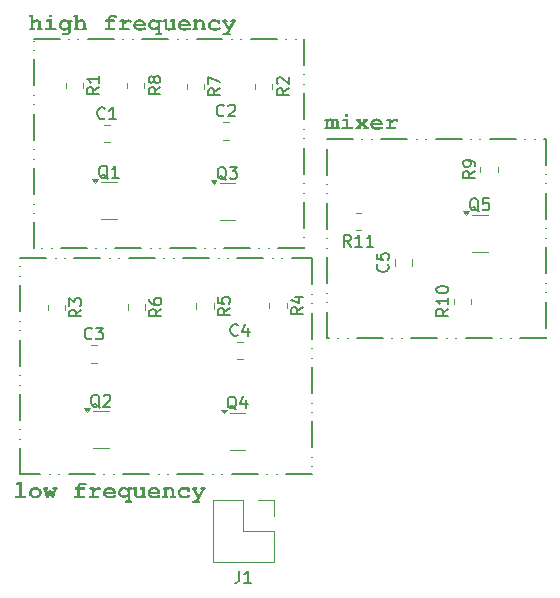
<source format=gbr>
%TF.GenerationSoftware,KiCad,Pcbnew,8.0.1*%
%TF.CreationDate,2024-04-22T22:36:18-04:00*%
%TF.ProjectId,analogBirdSAO,616e616c-6f67-4426-9972-6453414f2e6b,rev?*%
%TF.SameCoordinates,Original*%
%TF.FileFunction,Legend,Top*%
%TF.FilePolarity,Positive*%
%FSLAX46Y46*%
G04 Gerber Fmt 4.6, Leading zero omitted, Abs format (unit mm)*
G04 Created by KiCad (PCBNEW 8.0.1) date 2024-04-22 22:36:18*
%MOMM*%
%LPD*%
G01*
G04 APERTURE LIST*
%ADD10C,0.200000*%
%ADD11C,0.150000*%
%ADD12C,0.120000*%
G04 APERTURE END LIST*
D10*
X68937500Y-74787500D02*
X71137500Y-74787500D01*
X71937500Y-74787500D02*
X71937500Y-74787500D01*
X72737500Y-74787500D02*
X72737500Y-74787500D01*
X73537500Y-74787500D02*
X75737500Y-74787500D01*
X76537500Y-74787500D02*
X76537500Y-74787500D01*
X77337500Y-74787500D02*
X77337500Y-74787500D01*
X78137500Y-74787500D02*
X80337500Y-74787500D01*
X81137500Y-74787500D02*
X81137500Y-74787500D01*
X81937500Y-74787500D02*
X81937500Y-74787500D01*
X82737500Y-74787500D02*
X84937500Y-74787500D01*
X85737500Y-74787500D02*
X85737500Y-74787500D01*
X86537500Y-74787500D02*
X86537500Y-74787500D01*
X87337500Y-74787500D02*
X89537500Y-74787500D01*
X90337500Y-74787500D02*
X90337500Y-74787500D01*
X91137500Y-74787500D02*
X91137500Y-74787500D01*
X91862500Y-74787500D02*
X91862500Y-76987500D01*
X91862500Y-77787500D02*
X91862500Y-77787500D01*
X91862500Y-78587500D02*
X91862500Y-78587500D01*
X91862500Y-79387500D02*
X91862500Y-81587500D01*
X91862500Y-82387500D02*
X91862500Y-82387500D01*
X91862500Y-83187500D02*
X91862500Y-83187500D01*
X91862500Y-83987500D02*
X91862500Y-86187500D01*
X91862500Y-86987500D02*
X91862500Y-86987500D01*
X91862500Y-87787500D02*
X91862500Y-87787500D01*
X91862500Y-88587500D02*
X91862500Y-90787500D01*
X91862500Y-91587500D02*
X91862500Y-91587500D01*
X91862500Y-92387500D02*
X91862500Y-92387500D01*
X91862500Y-92512500D02*
X89662500Y-92512500D01*
X88862500Y-92512500D02*
X88862500Y-92512500D01*
X88062500Y-92512500D02*
X88062500Y-92512500D01*
X87262500Y-92512500D02*
X85062500Y-92512500D01*
X84262500Y-92512500D02*
X84262500Y-92512500D01*
X83462500Y-92512500D02*
X83462500Y-92512500D01*
X82662500Y-92512500D02*
X80462500Y-92512500D01*
X79662500Y-92512500D02*
X79662500Y-92512500D01*
X78862500Y-92512500D02*
X78862500Y-92512500D01*
X78062500Y-92512500D02*
X75862500Y-92512500D01*
X75062500Y-92512500D02*
X75062500Y-92512500D01*
X74262500Y-92512500D02*
X74262500Y-92512500D01*
X73462500Y-92512500D02*
X71262500Y-92512500D01*
X70462500Y-92512500D02*
X70462500Y-92512500D01*
X69662500Y-92512500D02*
X69662500Y-92512500D01*
X68937500Y-92512500D02*
X68937500Y-90312500D01*
X68937500Y-89512500D02*
X68937500Y-89512500D01*
X68937500Y-88712500D02*
X68937500Y-88712500D01*
X68937500Y-87912500D02*
X68937500Y-85712500D01*
X68937500Y-84912500D02*
X68937500Y-84912500D01*
X68937500Y-84112500D02*
X68937500Y-84112500D01*
X68937500Y-83312500D02*
X68937500Y-81112500D01*
X68937500Y-80312500D02*
X68937500Y-80312500D01*
X68937500Y-79512500D02*
X68937500Y-79512500D01*
X68937500Y-78712500D02*
X68937500Y-76512500D01*
X68937500Y-75712500D02*
X68937500Y-75712500D01*
X68937500Y-74912500D02*
X68937500Y-74912500D01*
X93775000Y-83212500D02*
X95975000Y-83212500D01*
X96775000Y-83212500D02*
X96775000Y-83212500D01*
X97575000Y-83212500D02*
X97575000Y-83212500D01*
X98375000Y-83212500D02*
X100575000Y-83212500D01*
X101375000Y-83212500D02*
X101375000Y-83212500D01*
X102175000Y-83212500D02*
X102175000Y-83212500D01*
X102975000Y-83212500D02*
X105175000Y-83212500D01*
X105975000Y-83212500D02*
X105975000Y-83212500D01*
X106775000Y-83212500D02*
X106775000Y-83212500D01*
X107575000Y-83212500D02*
X109775000Y-83212500D01*
X110575000Y-83212500D02*
X110575000Y-83212500D01*
X111375000Y-83212500D02*
X111375000Y-83212500D01*
X112175000Y-83212500D02*
X112325000Y-83212500D01*
X112325000Y-83212500D02*
X112325000Y-85412500D01*
X112325000Y-86212500D02*
X112325000Y-86212500D01*
X112325000Y-87012500D02*
X112325000Y-87012500D01*
X112325000Y-87812500D02*
X112325000Y-90012500D01*
X112325000Y-90812500D02*
X112325000Y-90812500D01*
X112325000Y-91612500D02*
X112325000Y-91612500D01*
X112325000Y-92412500D02*
X112325000Y-94612500D01*
X112325000Y-95412500D02*
X112325000Y-95412500D01*
X112325000Y-96212500D02*
X112325000Y-96212500D01*
X112325000Y-97012500D02*
X112325000Y-99212500D01*
X112325000Y-100012500D02*
X112325000Y-100012500D01*
X112325000Y-100062500D02*
X110125000Y-100062500D01*
X109325000Y-100062500D02*
X109325000Y-100062500D01*
X108525000Y-100062500D02*
X108525000Y-100062500D01*
X107725000Y-100062500D02*
X105525000Y-100062500D01*
X104725000Y-100062500D02*
X104725000Y-100062500D01*
X103925000Y-100062500D02*
X103925000Y-100062500D01*
X103125000Y-100062500D02*
X100925000Y-100062500D01*
X100125000Y-100062500D02*
X100125000Y-100062500D01*
X99325000Y-100062500D02*
X99325000Y-100062500D01*
X98525000Y-100062500D02*
X96325000Y-100062500D01*
X95525000Y-100062500D02*
X95525000Y-100062500D01*
X94725000Y-100062500D02*
X94725000Y-100062500D01*
X93925000Y-100062500D02*
X93775000Y-100062500D01*
X93775000Y-100062500D02*
X93775000Y-97862500D01*
X93775000Y-97062500D02*
X93775000Y-97062500D01*
X93775000Y-96262500D02*
X93775000Y-96262500D01*
X93775000Y-95462500D02*
X93775000Y-93262500D01*
X93775000Y-92462500D02*
X93775000Y-92462500D01*
X93775000Y-91662500D02*
X93775000Y-91662500D01*
X93775000Y-90862500D02*
X93775000Y-88662500D01*
X93775000Y-87862500D02*
X93775000Y-87862500D01*
X93775000Y-87062500D02*
X93775000Y-87062500D01*
X93775000Y-86262500D02*
X93775000Y-84062500D01*
X93775000Y-83262500D02*
X93775000Y-83262500D01*
X67800000Y-93362500D02*
X70000000Y-93362500D01*
X70800000Y-93362500D02*
X70800000Y-93362500D01*
X71600000Y-93362500D02*
X71600000Y-93362500D01*
X72400000Y-93362500D02*
X74600000Y-93362500D01*
X75400000Y-93362500D02*
X75400000Y-93362500D01*
X76200000Y-93362500D02*
X76200000Y-93362500D01*
X77000000Y-93362500D02*
X79200000Y-93362500D01*
X80000000Y-93362500D02*
X80000000Y-93362500D01*
X80800000Y-93362500D02*
X80800000Y-93362500D01*
X81600000Y-93362500D02*
X83800000Y-93362500D01*
X84600000Y-93362500D02*
X84600000Y-93362500D01*
X85400000Y-93362500D02*
X85400000Y-93362500D01*
X86200000Y-93362500D02*
X88400000Y-93362500D01*
X89200000Y-93362500D02*
X89200000Y-93362500D01*
X90000000Y-93362500D02*
X90000000Y-93362500D01*
X90800000Y-93362500D02*
X92525000Y-93362500D01*
X92525000Y-93362500D02*
X92525000Y-95562500D01*
X92525000Y-96362500D02*
X92525000Y-96362500D01*
X92525000Y-97162500D02*
X92525000Y-97162500D01*
X92525000Y-97962500D02*
X92525000Y-100162500D01*
X92525000Y-100962500D02*
X92525000Y-100962500D01*
X92525000Y-101762500D02*
X92525000Y-101762500D01*
X92525000Y-102562500D02*
X92525000Y-104762500D01*
X92525000Y-105562500D02*
X92525000Y-105562500D01*
X92525000Y-106362500D02*
X92525000Y-106362500D01*
X92525000Y-107162500D02*
X92525000Y-109362500D01*
X92525000Y-110162500D02*
X92525000Y-110162500D01*
X92525000Y-110962500D02*
X92525000Y-110962500D01*
X92525000Y-111637500D02*
X90325000Y-111637500D01*
X89525000Y-111637500D02*
X89525000Y-111637500D01*
X88725000Y-111637500D02*
X88725000Y-111637500D01*
X87925000Y-111637500D02*
X85725000Y-111637500D01*
X84925000Y-111637500D02*
X84925000Y-111637500D01*
X84125000Y-111637500D02*
X84125000Y-111637500D01*
X83325000Y-111637500D02*
X81125000Y-111637500D01*
X80325000Y-111637500D02*
X80325000Y-111637500D01*
X79525000Y-111637500D02*
X79525000Y-111637500D01*
X78725000Y-111637500D02*
X76525000Y-111637500D01*
X75725000Y-111637500D02*
X75725000Y-111637500D01*
X74925000Y-111637500D02*
X74925000Y-111637500D01*
X74125000Y-111637500D02*
X71925000Y-111637500D01*
X71125000Y-111637500D02*
X71125000Y-111637500D01*
X70325000Y-111637500D02*
X70325000Y-111637500D01*
X69525000Y-111637500D02*
X67800000Y-111637500D01*
X67800000Y-111637500D02*
X67800000Y-109437500D01*
X67800000Y-108637500D02*
X67800000Y-108637500D01*
X67800000Y-107837500D02*
X67800000Y-107837500D01*
X67800000Y-107037500D02*
X67800000Y-104837500D01*
X67800000Y-104037500D02*
X67800000Y-104037500D01*
X67800000Y-103237500D02*
X67800000Y-103237500D01*
X67800000Y-102437500D02*
X67800000Y-100237500D01*
X67800000Y-99437500D02*
X67800000Y-99437500D01*
X67800000Y-98637500D02*
X67800000Y-98637500D01*
X67800000Y-97837500D02*
X67800000Y-95637500D01*
X67800000Y-94837500D02*
X67800000Y-94837500D01*
X67800000Y-94037500D02*
X67800000Y-94037500D01*
G36*
X68909228Y-72741842D02*
G01*
X68665596Y-72741842D01*
X68592232Y-72749879D01*
X68577669Y-72756496D01*
X68531485Y-72817140D01*
X68527110Y-72846988D01*
X68553951Y-72917549D01*
X68569242Y-72933084D01*
X68642348Y-72951448D01*
X68665596Y-72951769D01*
X68699302Y-72951769D01*
X68699302Y-73836905D01*
X68686845Y-73836905D01*
X68612966Y-73844787D01*
X68598551Y-73851559D01*
X68552367Y-73911413D01*
X68547993Y-73940952D01*
X68575882Y-74010976D01*
X68592323Y-74026315D01*
X68664926Y-74044543D01*
X68686845Y-74045000D01*
X68922051Y-74045000D01*
X68997167Y-74037117D01*
X69012177Y-74030345D01*
X69058361Y-73969956D01*
X69062735Y-73940952D01*
X69034847Y-73870682D01*
X69018405Y-73855589D01*
X68946644Y-73837225D01*
X68922051Y-73836905D01*
X68909228Y-73836905D01*
X68909228Y-73456618D01*
X68969683Y-73401325D01*
X69034767Y-73352524D01*
X69107838Y-73323079D01*
X69174110Y-73317400D01*
X69251029Y-73325068D01*
X69314794Y-73356967D01*
X69355011Y-73422824D01*
X69358757Y-73481531D01*
X69358757Y-73836905D01*
X69346301Y-73836905D01*
X69272562Y-73844103D01*
X69255809Y-73851559D01*
X69209921Y-73911725D01*
X69205617Y-73940952D01*
X69233184Y-74011181D01*
X69249581Y-74026315D01*
X69324260Y-74044543D01*
X69346301Y-74045000D01*
X69581507Y-74045000D01*
X69654923Y-74037117D01*
X69669434Y-74030345D01*
X69715618Y-73970331D01*
X69719993Y-73940952D01*
X69693152Y-73870682D01*
X69677861Y-73855589D01*
X69605366Y-73837225D01*
X69581507Y-73836905D01*
X69568684Y-73836905D01*
X69568684Y-73454420D01*
X69561843Y-73379645D01*
X69534987Y-73296590D01*
X69489413Y-73226584D01*
X69426857Y-73171212D01*
X69349054Y-73132060D01*
X69277002Y-73113480D01*
X69197191Y-73107107D01*
X69117987Y-73115035D01*
X69043867Y-73138935D01*
X68974418Y-73178977D01*
X68917158Y-73227392D01*
X68909228Y-73235334D01*
X68909228Y-72741842D01*
G37*
G36*
X70493754Y-73130554D02*
G01*
X70119696Y-73130554D01*
X70045941Y-73137090D01*
X70029570Y-73145575D01*
X69983386Y-73206020D01*
X69979012Y-73235701D01*
X70006901Y-73305607D01*
X70023342Y-73319598D01*
X70097045Y-73340495D01*
X70119696Y-73340847D01*
X70283827Y-73340847D01*
X70283827Y-73835073D01*
X70027372Y-73835073D01*
X69953235Y-73842183D01*
X69939078Y-73849727D01*
X69893252Y-73910371D01*
X69888886Y-73940219D01*
X69916600Y-74010125D01*
X69932850Y-74024117D01*
X70006074Y-74044535D01*
X70027372Y-74045000D01*
X70749842Y-74045000D01*
X70824083Y-74036190D01*
X70838136Y-74030345D01*
X70884320Y-73969525D01*
X70888695Y-73940219D01*
X70860806Y-73869265D01*
X70844364Y-73854124D01*
X70769351Y-73835290D01*
X70749842Y-73835073D01*
X70493754Y-73835073D01*
X70493754Y-73130554D01*
G37*
G36*
X70464445Y-72731950D02*
G01*
X70216416Y-72731950D01*
X70216416Y-72952501D01*
X70464445Y-72952501D01*
X70464445Y-72731950D01*
G37*
G36*
X71665061Y-73113799D02*
G01*
X71742278Y-73133714D01*
X71813656Y-73166613D01*
X71878611Y-73212254D01*
X71878611Y-73136782D01*
X72122243Y-73136782D01*
X72146225Y-73137103D01*
X72218597Y-73155467D01*
X72233888Y-73170796D01*
X72260729Y-73241563D01*
X72256425Y-73271403D01*
X72210537Y-73331688D01*
X72196432Y-73338248D01*
X72122243Y-73345976D01*
X72088538Y-73345976D01*
X72088538Y-74080903D01*
X72080691Y-74160818D01*
X72058055Y-74234284D01*
X72021980Y-74300005D01*
X71973820Y-74356684D01*
X71914926Y-74403025D01*
X71846651Y-74437731D01*
X71770348Y-74459505D01*
X71687369Y-74467051D01*
X71452163Y-74467051D01*
X71429655Y-74466722D01*
X71357641Y-74446168D01*
X71341391Y-74432177D01*
X71313677Y-74362271D01*
X71317981Y-74332423D01*
X71363869Y-74271779D01*
X71378026Y-74264234D01*
X71452163Y-74257124D01*
X71681140Y-74257124D01*
X71743851Y-74250123D01*
X71818178Y-74215111D01*
X71864603Y-74154033D01*
X71878611Y-74080903D01*
X71878611Y-73965865D01*
X71869562Y-73972445D01*
X71806906Y-74012032D01*
X71735271Y-74043946D01*
X71661300Y-74062465D01*
X71582588Y-74068447D01*
X71530593Y-74066023D01*
X71456047Y-74053644D01*
X71364211Y-74021972D01*
X71282584Y-73974580D01*
X71212878Y-73913227D01*
X71156806Y-73839676D01*
X71116082Y-73755685D01*
X71092419Y-73663015D01*
X71086898Y-73588876D01*
X71086988Y-73587044D01*
X71296824Y-73587044D01*
X71298324Y-73614967D01*
X71319642Y-73693141D01*
X71363101Y-73760148D01*
X71424730Y-73812423D01*
X71500559Y-73846402D01*
X71586618Y-73858520D01*
X71616221Y-73857131D01*
X71699630Y-73837391D01*
X71771718Y-73797192D01*
X71828340Y-73740257D01*
X71865352Y-73670309D01*
X71878611Y-73591074D01*
X71875306Y-73548936D01*
X71850244Y-73471556D01*
X71803633Y-73406270D01*
X71739138Y-73356557D01*
X71660427Y-73325893D01*
X71586618Y-73317400D01*
X71557040Y-73318790D01*
X71473950Y-73338563D01*
X71402413Y-73378912D01*
X71346399Y-73436200D01*
X71309880Y-73506790D01*
X71296824Y-73587044D01*
X71086988Y-73587044D01*
X71089369Y-73538728D01*
X71108500Y-73443607D01*
X71145119Y-73356842D01*
X71197514Y-73280183D01*
X71263973Y-73215375D01*
X71342780Y-73164166D01*
X71432225Y-73128303D01*
X71505258Y-73112529D01*
X71582588Y-73107107D01*
X71665061Y-73113799D01*
G37*
G36*
X72685711Y-72741842D02*
G01*
X72442079Y-72741842D01*
X72368715Y-72749879D01*
X72354152Y-72756496D01*
X72307968Y-72817140D01*
X72303593Y-72846988D01*
X72330434Y-72917549D01*
X72345725Y-72933084D01*
X72418831Y-72951448D01*
X72442079Y-72951769D01*
X72475785Y-72951769D01*
X72475785Y-73836905D01*
X72463328Y-73836905D01*
X72389449Y-73844787D01*
X72375034Y-73851559D01*
X72328850Y-73911413D01*
X72324476Y-73940952D01*
X72352365Y-74010976D01*
X72368806Y-74026315D01*
X72441409Y-74044543D01*
X72463328Y-74045000D01*
X72698534Y-74045000D01*
X72773650Y-74037117D01*
X72788660Y-74030345D01*
X72834844Y-73969956D01*
X72839218Y-73940952D01*
X72811329Y-73870682D01*
X72794888Y-73855589D01*
X72723127Y-73837225D01*
X72698534Y-73836905D01*
X72685711Y-73836905D01*
X72685711Y-73456618D01*
X72746166Y-73401325D01*
X72811250Y-73352524D01*
X72884321Y-73323079D01*
X72950593Y-73317400D01*
X73027512Y-73325068D01*
X73091277Y-73356967D01*
X73131494Y-73422824D01*
X73135240Y-73481531D01*
X73135240Y-73836905D01*
X73122784Y-73836905D01*
X73049045Y-73844103D01*
X73032292Y-73851559D01*
X72986404Y-73911725D01*
X72982100Y-73940952D01*
X73009667Y-74011181D01*
X73026064Y-74026315D01*
X73100743Y-74044543D01*
X73122784Y-74045000D01*
X73357990Y-74045000D01*
X73431406Y-74037117D01*
X73445917Y-74030345D01*
X73492101Y-73970331D01*
X73496475Y-73940952D01*
X73469635Y-73870682D01*
X73454344Y-73855589D01*
X73381849Y-73837225D01*
X73357990Y-73836905D01*
X73345167Y-73836905D01*
X73345167Y-73454420D01*
X73338326Y-73379645D01*
X73311470Y-73296590D01*
X73265896Y-73226584D01*
X73203340Y-73171212D01*
X73125537Y-73132060D01*
X73053484Y-73113480D01*
X72973674Y-73107107D01*
X72894470Y-73115035D01*
X72820350Y-73138935D01*
X72750901Y-73178977D01*
X72693641Y-73227392D01*
X72685711Y-73235334D01*
X72685711Y-72741842D01*
G37*
G36*
X75421720Y-73340847D02*
G01*
X75738991Y-73340847D01*
X75812871Y-73332810D01*
X75827285Y-73326193D01*
X75873173Y-73265174D01*
X75877477Y-73235701D01*
X75849910Y-73164747D01*
X75833513Y-73149605D01*
X75758500Y-73130772D01*
X75738991Y-73130554D01*
X75421720Y-73130554D01*
X75421720Y-73049588D01*
X75450253Y-72979824D01*
X75520174Y-72948866D01*
X75598307Y-72942243D01*
X75675522Y-72945782D01*
X75754282Y-72953958D01*
X75828930Y-72965193D01*
X75835711Y-72966423D01*
X75894330Y-72973018D01*
X75964259Y-72941602D01*
X75993119Y-72870236D01*
X75993248Y-72864574D01*
X75964449Y-72796355D01*
X75904954Y-72765655D01*
X75826252Y-72749559D01*
X75749194Y-72739624D01*
X75670805Y-72733459D01*
X75617358Y-72731950D01*
X75528089Y-72737484D01*
X75448424Y-72753760D01*
X75379072Y-72780289D01*
X75307963Y-72827121D01*
X75255457Y-72888252D01*
X75222940Y-72962727D01*
X75211793Y-73049588D01*
X75211793Y-73130554D01*
X75115439Y-73130554D01*
X75041013Y-73137090D01*
X75024947Y-73145575D01*
X74978763Y-73206020D01*
X74974389Y-73235701D01*
X75002277Y-73305607D01*
X75018719Y-73319598D01*
X75091322Y-73340495D01*
X75113241Y-73340847D01*
X75211793Y-73340847D01*
X75211793Y-73835073D01*
X75090160Y-73835073D01*
X75016023Y-73842183D01*
X75001866Y-73849727D01*
X74955682Y-73910371D01*
X74951308Y-73940219D01*
X74978148Y-74009879D01*
X74993440Y-74024117D01*
X75064909Y-74044328D01*
X75090160Y-74045000D01*
X75713712Y-74045000D01*
X75787952Y-74036190D01*
X75802006Y-74030345D01*
X75848190Y-73969525D01*
X75852564Y-73940219D01*
X75825724Y-73869265D01*
X75810432Y-73854124D01*
X75737718Y-73835417D01*
X75713712Y-73835073D01*
X75421720Y-73835073D01*
X75421720Y-73340847D01*
G37*
G36*
X76636584Y-73130554D02*
G01*
X76353018Y-73130554D01*
X76278932Y-73140446D01*
X76264724Y-73147407D01*
X76218835Y-73206436D01*
X76214532Y-73235701D01*
X76242246Y-73305607D01*
X76258496Y-73319598D01*
X76330510Y-73340495D01*
X76353018Y-73340847D01*
X76426657Y-73340847D01*
X76426657Y-73835073D01*
X76304658Y-73835073D01*
X76230675Y-73842183D01*
X76216730Y-73849727D01*
X76170546Y-73910371D01*
X76166172Y-73940219D01*
X76193012Y-74009879D01*
X76208304Y-74024117D01*
X76279545Y-74044328D01*
X76304658Y-74045000D01*
X76928576Y-74045000D01*
X77002435Y-74036843D01*
X77018702Y-74030345D01*
X77064886Y-73969900D01*
X77069260Y-73940219D01*
X77041546Y-73869265D01*
X77025296Y-73854124D01*
X76953170Y-73835417D01*
X76928576Y-73835073D01*
X76636584Y-73835073D01*
X76636584Y-73528426D01*
X76706053Y-73473181D01*
X76765544Y-73427601D01*
X76827787Y-73383137D01*
X76896688Y-73341763D01*
X76970417Y-73318003D01*
X76983164Y-73317400D01*
X77053860Y-73345625D01*
X77065230Y-73355136D01*
X77131206Y-73391712D01*
X77146929Y-73392871D01*
X77217117Y-73364917D01*
X77251519Y-73296754D01*
X77252076Y-73285893D01*
X77223786Y-73215260D01*
X77193091Y-73186974D01*
X77131434Y-73144262D01*
X77061076Y-73116232D01*
X76987194Y-73107107D01*
X76912782Y-73114686D01*
X76836481Y-73140812D01*
X76771755Y-73175637D01*
X76709366Y-73216358D01*
X76636584Y-73269040D01*
X76636584Y-73130554D01*
G37*
G36*
X77980555Y-73109560D02*
G01*
X78062971Y-73122129D01*
X78139833Y-73144774D01*
X78210408Y-73176827D01*
X78273958Y-73217623D01*
X78329748Y-73266495D01*
X78377044Y-73322775D01*
X78415110Y-73385799D01*
X78443210Y-73454898D01*
X78460610Y-73529407D01*
X78466573Y-73608660D01*
X78466573Y-73690725D01*
X77610013Y-73690725D01*
X77614699Y-73701263D01*
X77658053Y-73765166D01*
X77720341Y-73812133D01*
X77789288Y-73839261D01*
X77873025Y-73854574D01*
X77954396Y-73858520D01*
X77988844Y-73858100D01*
X78062572Y-73852672D01*
X78139744Y-73839986D01*
X78215652Y-73823823D01*
X78296580Y-73805031D01*
X78365823Y-73795505D01*
X78437493Y-73823670D01*
X78466573Y-73894424D01*
X78452982Y-73942759D01*
X78393300Y-73988946D01*
X78328716Y-74011792D01*
X78246179Y-74032454D01*
X78168962Y-74047044D01*
X78088595Y-74058420D01*
X78009311Y-74065812D01*
X77935345Y-74068447D01*
X77905131Y-74067861D01*
X77818121Y-74059264D01*
X77737066Y-74040928D01*
X77662623Y-74013517D01*
X77595446Y-73977695D01*
X77518313Y-73918000D01*
X77456820Y-73846110D01*
X77412518Y-73763602D01*
X77386964Y-73672051D01*
X77381036Y-73598401D01*
X77387103Y-73522280D01*
X77391163Y-73505711D01*
X77616242Y-73505711D01*
X78233565Y-73505711D01*
X78205702Y-73445615D01*
X78152711Y-73388300D01*
X78081013Y-73346651D01*
X78007337Y-73324920D01*
X77924720Y-73317400D01*
X77855323Y-73322782D01*
X77779744Y-73342606D01*
X77705332Y-73382257D01*
X77649512Y-73437423D01*
X77616242Y-73505711D01*
X77391163Y-73505711D01*
X77404763Y-73450212D01*
X77444946Y-73361724D01*
X77502382Y-73283552D01*
X77555626Y-73232762D01*
X77616686Y-73189526D01*
X77684752Y-73154592D01*
X77759014Y-73128712D01*
X77838663Y-73112633D01*
X77922889Y-73107107D01*
X77980555Y-73109560D01*
G37*
G36*
X79188212Y-73108013D02*
G01*
X79265103Y-73117619D01*
X79344045Y-73142818D01*
X79409512Y-73178781D01*
X79475540Y-73229106D01*
X79475540Y-73134584D01*
X79719173Y-73134584D01*
X79743178Y-73134906D01*
X79815893Y-73153635D01*
X79831139Y-73168777D01*
X79857658Y-73239731D01*
X79853355Y-73269403D01*
X79807466Y-73329490D01*
X79793361Y-73336262D01*
X79719173Y-73344145D01*
X79685467Y-73344145D01*
X79685467Y-74257124D01*
X79719173Y-74257124D01*
X79743178Y-74257469D01*
X79815893Y-74276175D01*
X79831139Y-74291317D01*
X79857658Y-74362271D01*
X79853355Y-74391576D01*
X79807466Y-74452397D01*
X79793052Y-74459169D01*
X79719173Y-74467051D01*
X79353907Y-74467051D01*
X79331246Y-74466722D01*
X79257187Y-74446168D01*
X79241015Y-74431297D01*
X79215055Y-74362271D01*
X79219429Y-74332423D01*
X79265614Y-74271779D01*
X79279410Y-74265162D01*
X79353907Y-74257124D01*
X79475540Y-74257124D01*
X79475540Y-73903949D01*
X79435200Y-73933195D01*
X79366361Y-73973508D01*
X79297391Y-74000936D01*
X79225528Y-74016582D01*
X79148011Y-74021552D01*
X79094185Y-74019347D01*
X79017229Y-74008060D01*
X78945428Y-73987761D01*
X78858913Y-73947769D01*
X78784440Y-73894378D01*
X78723654Y-73829086D01*
X78678200Y-73753391D01*
X78649722Y-73668791D01*
X78639863Y-73576786D01*
X78640819Y-73564330D01*
X78849790Y-73564330D01*
X78860908Y-73628881D01*
X78896000Y-73696328D01*
X78950540Y-73751908D01*
X79011232Y-73785636D01*
X79084894Y-73805671D01*
X79162665Y-73811625D01*
X79233115Y-73806798D01*
X79307930Y-73788030D01*
X79374790Y-73751908D01*
X79420725Y-73707611D01*
X79459698Y-73642185D01*
X79475540Y-73566528D01*
X79469666Y-73513854D01*
X79440098Y-73443972D01*
X79388071Y-73387147D01*
X79316337Y-73345738D01*
X79243492Y-73324712D01*
X79160467Y-73317400D01*
X79091774Y-73322228D01*
X79018250Y-73340995D01*
X78950540Y-73377117D01*
X78904606Y-73421455D01*
X78865633Y-73487288D01*
X78849790Y-73564330D01*
X78640819Y-73564330D01*
X78645503Y-73503315D01*
X78669713Y-73411924D01*
X78711464Y-73329503D01*
X78769081Y-73257644D01*
X78840889Y-73197942D01*
X78925215Y-73151987D01*
X78995666Y-73127502D01*
X79071510Y-73112318D01*
X79152041Y-73107107D01*
X79188212Y-73108013D01*
G37*
G36*
X80900331Y-73130554D02*
G01*
X80616765Y-73130554D01*
X80543246Y-73137819D01*
X80528471Y-73145575D01*
X80482583Y-73206020D01*
X80478279Y-73235701D01*
X80505993Y-73305360D01*
X80522243Y-73319598D01*
X80594257Y-73340495D01*
X80616765Y-73340847D01*
X80690404Y-73340847D01*
X80690404Y-73717836D01*
X80634228Y-73773129D01*
X80570426Y-73822375D01*
X80502166Y-73850829D01*
X80423691Y-73858520D01*
X80350525Y-73851618D01*
X80278389Y-73817261D01*
X80243028Y-73753059D01*
X80238677Y-73709410D01*
X80238677Y-73130554D01*
X79995045Y-73130554D01*
X79921371Y-73137819D01*
X79907117Y-73145575D01*
X79860933Y-73206020D01*
X79856559Y-73235701D01*
X79883145Y-73305026D01*
X79948913Y-73339981D01*
X79971964Y-73340847D01*
X79995045Y-73338649D01*
X80028750Y-73338649D01*
X80028750Y-73715638D01*
X80034525Y-73791321D01*
X80055489Y-73866825D01*
X80092136Y-73931132D01*
X80144845Y-73984791D01*
X80152581Y-73990778D01*
X80221365Y-74031195D01*
X80291442Y-74055269D01*
X80367332Y-74067183D01*
X80402442Y-74068447D01*
X80481491Y-74062327D01*
X80558715Y-74037644D01*
X80625963Y-73995738D01*
X80690404Y-73940586D01*
X80690404Y-74041336D01*
X80889706Y-74041336D01*
X80963328Y-74033453D01*
X80978000Y-74026681D01*
X81023178Y-73968881D01*
X81028558Y-73936189D01*
X81002910Y-73865878D01*
X80936130Y-73834483D01*
X80900331Y-73831775D01*
X80900331Y-73130554D01*
G37*
G36*
X81757038Y-73109560D02*
G01*
X81839454Y-73122129D01*
X81916316Y-73144774D01*
X81986890Y-73176827D01*
X82050441Y-73217623D01*
X82106231Y-73266495D01*
X82153527Y-73322775D01*
X82191593Y-73385799D01*
X82219693Y-73454898D01*
X82237093Y-73529407D01*
X82243056Y-73608660D01*
X82243056Y-73690725D01*
X81386496Y-73690725D01*
X81391182Y-73701263D01*
X81434536Y-73765166D01*
X81496824Y-73812133D01*
X81565771Y-73839261D01*
X81649508Y-73854574D01*
X81730879Y-73858520D01*
X81765327Y-73858100D01*
X81839055Y-73852672D01*
X81916227Y-73839986D01*
X81992135Y-73823823D01*
X82073063Y-73805031D01*
X82142306Y-73795505D01*
X82213976Y-73823670D01*
X82243056Y-73894424D01*
X82229465Y-73942759D01*
X82169783Y-73988946D01*
X82105199Y-74011792D01*
X82022661Y-74032454D01*
X81945445Y-74047044D01*
X81865078Y-74058420D01*
X81785794Y-74065812D01*
X81711828Y-74068447D01*
X81681614Y-74067861D01*
X81594604Y-74059264D01*
X81513549Y-74040928D01*
X81439106Y-74013517D01*
X81371929Y-73977695D01*
X81294796Y-73918000D01*
X81233302Y-73846110D01*
X81189001Y-73763602D01*
X81163447Y-73672051D01*
X81157519Y-73598401D01*
X81163585Y-73522280D01*
X81167645Y-73505711D01*
X81392725Y-73505711D01*
X82010048Y-73505711D01*
X81982185Y-73445615D01*
X81929194Y-73388300D01*
X81857496Y-73346651D01*
X81783820Y-73324920D01*
X81701203Y-73317400D01*
X81631806Y-73322782D01*
X81556227Y-73342606D01*
X81481815Y-73382257D01*
X81425995Y-73437423D01*
X81392725Y-73505711D01*
X81167645Y-73505711D01*
X81181246Y-73450212D01*
X81221429Y-73361724D01*
X81278865Y-73283552D01*
X81332109Y-73232762D01*
X81393169Y-73189526D01*
X81461235Y-73154592D01*
X81535497Y-73128712D01*
X81615146Y-73112633D01*
X81699371Y-73107107D01*
X81757038Y-73109560D01*
G37*
G36*
X82756332Y-73130554D02*
G01*
X82558862Y-73130554D01*
X82514898Y-73134951D01*
X82446929Y-73163157D01*
X82418178Y-73235334D01*
X82443944Y-73305085D01*
X82510728Y-73336649D01*
X82546406Y-73340115D01*
X82546406Y-73835806D01*
X82533949Y-73835806D01*
X82460070Y-73843688D01*
X82445655Y-73850460D01*
X82399471Y-73910746D01*
X82395097Y-73940586D01*
X82421938Y-74009883D01*
X82437229Y-74024117D01*
X82508039Y-74044328D01*
X82533949Y-74045000D01*
X82769155Y-74045000D01*
X82842571Y-74037117D01*
X82857083Y-74030345D01*
X82903267Y-73969820D01*
X82907641Y-73940586D01*
X82879927Y-73869778D01*
X82863677Y-73854490D01*
X82788544Y-73836007D01*
X82769155Y-73835806D01*
X82756332Y-73835806D01*
X82756332Y-73455153D01*
X82817316Y-73397173D01*
X82880765Y-73352012D01*
X82951078Y-73324498D01*
X83019016Y-73317400D01*
X83094290Y-73324306D01*
X83162310Y-73353945D01*
X83203693Y-73423081D01*
X83208060Y-73466877D01*
X83208060Y-73836905D01*
X83131424Y-73852245D01*
X83083174Y-73911874D01*
X83079832Y-73940952D01*
X83106523Y-74011723D01*
X83179742Y-74042406D01*
X83220516Y-74045000D01*
X83407362Y-74045000D01*
X83480984Y-74037117D01*
X83495655Y-74030345D01*
X83541840Y-73970331D01*
X83546214Y-73940952D01*
X83520566Y-73870942D01*
X83453786Y-73839611D01*
X83417986Y-73836905D01*
X83417986Y-73458817D01*
X83412211Y-73383167D01*
X83391248Y-73308148D01*
X83354600Y-73244443D01*
X83301892Y-73191123D01*
X83294155Y-73185143D01*
X83224560Y-73144640D01*
X83154756Y-73120417D01*
X83079329Y-73108386D01*
X83044295Y-73107107D01*
X82964628Y-73113541D01*
X82886277Y-73138837D01*
X82819013Y-73180871D01*
X82756332Y-73235334D01*
X82756332Y-73130554D01*
G37*
G36*
X84739829Y-73245959D02*
G01*
X84730408Y-73170896D01*
X84679167Y-73113286D01*
X84639078Y-73107107D01*
X84572479Y-73138809D01*
X84559211Y-73170122D01*
X84485534Y-73139767D01*
X84412599Y-73121038D01*
X84332657Y-73110150D01*
X84256960Y-73107107D01*
X84170380Y-73112545D01*
X84089512Y-73128431D01*
X84014970Y-73154125D01*
X83947364Y-73188985D01*
X83887308Y-73232370D01*
X83820034Y-73302369D01*
X83768721Y-73384864D01*
X83741583Y-73454022D01*
X83724851Y-73528712D01*
X83719138Y-73608293D01*
X83725411Y-73687351D01*
X83744076Y-73761191D01*
X83774903Y-73829332D01*
X83817662Y-73891290D01*
X83847365Y-73923733D01*
X83908440Y-73974500D01*
X83977073Y-74013796D01*
X84055106Y-74042128D01*
X84128641Y-74057729D01*
X84211045Y-74066361D01*
X84284071Y-74068447D01*
X84368183Y-74065870D01*
X84447068Y-74058342D01*
X84519597Y-74046168D01*
X84594672Y-74026499D01*
X84657763Y-74001402D01*
X84721215Y-73962023D01*
X84772377Y-73909113D01*
X84792219Y-73848262D01*
X84764491Y-73778738D01*
X84697913Y-73745121D01*
X84687438Y-73744581D01*
X84624424Y-73769127D01*
X84563661Y-73813669D01*
X84519277Y-73832142D01*
X84442752Y-73848591D01*
X84369259Y-73856184D01*
X84298726Y-73858520D01*
X84212367Y-73854620D01*
X84137411Y-73842915D01*
X84059804Y-73817295D01*
X83990360Y-73770410D01*
X83946863Y-73705892D01*
X83929428Y-73623710D01*
X83929064Y-73608293D01*
X83939391Y-73530673D01*
X83969596Y-73459928D01*
X84013328Y-73404961D01*
X84074188Y-73358353D01*
X84148157Y-73329456D01*
X84227543Y-73318146D01*
X84256960Y-73317400D01*
X84330770Y-73321657D01*
X84402745Y-73335930D01*
X84474165Y-73365310D01*
X84479344Y-73368325D01*
X84524333Y-73428682D01*
X84527704Y-73441598D01*
X84557668Y-73509340D01*
X84559211Y-73510474D01*
X84626957Y-73538738D01*
X84634682Y-73539050D01*
X84705636Y-73512329D01*
X84720778Y-73496552D01*
X84739626Y-73423292D01*
X84739829Y-73404961D01*
X84739829Y-73245959D01*
G37*
G36*
X85372906Y-74032909D02*
G01*
X85257135Y-74257124D01*
X85047208Y-74257124D01*
X84973689Y-74265162D01*
X84958914Y-74271779D01*
X84913026Y-74332423D01*
X84908722Y-74362271D01*
X84936436Y-74432177D01*
X84952686Y-74446168D01*
X85024701Y-74466722D01*
X85047208Y-74467051D01*
X85498935Y-74467051D01*
X85572660Y-74459169D01*
X85586863Y-74452397D01*
X85633047Y-74391576D01*
X85637421Y-74362271D01*
X85610581Y-74291317D01*
X85595289Y-74276175D01*
X85522183Y-74257469D01*
X85498935Y-74257124D01*
X85488311Y-74257124D01*
X85971179Y-73339016D01*
X86044642Y-73313634D01*
X86080256Y-73246030D01*
X86080722Y-73234968D01*
X86053567Y-73164698D01*
X86036392Y-73149605D01*
X85965134Y-73130899D01*
X85941870Y-73130554D01*
X85748796Y-73130554D01*
X85704466Y-73134951D01*
X85636663Y-73163120D01*
X85608112Y-73234968D01*
X85634991Y-73304979D01*
X85705015Y-73336309D01*
X85742568Y-73339016D01*
X85490509Y-73802100D01*
X85250907Y-73339016D01*
X85325186Y-73322130D01*
X85371549Y-73263177D01*
X85374738Y-73234968D01*
X85348219Y-73164698D01*
X85332972Y-73149605D01*
X85259524Y-73130899D01*
X85236252Y-73130554D01*
X85047208Y-73130554D01*
X85005443Y-73134951D01*
X84937328Y-73163120D01*
X84908722Y-73234968D01*
X84935742Y-73305676D01*
X85005638Y-73338141D01*
X85011671Y-73339016D01*
X85372906Y-74032909D01*
G37*
G36*
X67934926Y-112331950D02*
G01*
X67560868Y-112331950D01*
X67487488Y-112338485D01*
X67470743Y-112346971D01*
X67424559Y-112406458D01*
X67420184Y-112437096D01*
X67447339Y-112507003D01*
X67464515Y-112520994D01*
X67538218Y-112541890D01*
X67560868Y-112542243D01*
X67725000Y-112542243D01*
X67725000Y-113435073D01*
X67468545Y-113435073D01*
X67394407Y-113442183D01*
X67380251Y-113449727D01*
X67334425Y-113510371D01*
X67330059Y-113540219D01*
X67357773Y-113609879D01*
X67374023Y-113624117D01*
X67447246Y-113644535D01*
X67468545Y-113645000D01*
X68191015Y-113645000D01*
X68265255Y-113636190D01*
X68279309Y-113630345D01*
X68325493Y-113569525D01*
X68329867Y-113540219D01*
X68301978Y-113469265D01*
X68285537Y-113454124D01*
X68210524Y-113435290D01*
X68191015Y-113435073D01*
X67934926Y-113435073D01*
X67934926Y-112331950D01*
G37*
G36*
X69122449Y-112707741D02*
G01*
X69202947Y-112717002D01*
X69279230Y-112736627D01*
X69350399Y-112765756D01*
X69415554Y-112803525D01*
X69473794Y-112849073D01*
X69539134Y-112920414D01*
X69588448Y-113002007D01*
X69619602Y-113091809D01*
X69630460Y-113187777D01*
X69627699Y-113236826D01*
X69606387Y-113330496D01*
X69565738Y-113416633D01*
X69507812Y-113493285D01*
X69454270Y-113543373D01*
X69393039Y-113586202D01*
X69324987Y-113620948D01*
X69250985Y-113646787D01*
X69171902Y-113662894D01*
X69088607Y-113668447D01*
X69032713Y-113665959D01*
X68952191Y-113653278D01*
X68876431Y-113630591D01*
X68806307Y-113598722D01*
X68742695Y-113558496D01*
X68686470Y-113510736D01*
X68624504Y-113436762D01*
X68579298Y-113352813D01*
X68552926Y-113260843D01*
X68546755Y-113187777D01*
X68757048Y-113187777D01*
X68767255Y-113256523D01*
X68804181Y-113329609D01*
X68864194Y-113389323D01*
X68928913Y-113426497D01*
X69004501Y-113450197D01*
X69088607Y-113458520D01*
X69156515Y-113453153D01*
X69234049Y-113432376D01*
X69301208Y-113397744D01*
X69364776Y-113340579D01*
X69405913Y-113269493D01*
X69420533Y-113187777D01*
X69410318Y-113119788D01*
X69373479Y-113047021D01*
X69313846Y-112987201D01*
X69249815Y-112949781D01*
X69175379Y-112925835D01*
X69093004Y-112917400D01*
X69023661Y-112922677D01*
X68944869Y-112943161D01*
X68876938Y-112977435D01*
X68812921Y-113034286D01*
X68771663Y-113105414D01*
X68757048Y-113187777D01*
X68546755Y-113187777D01*
X68549497Y-113138124D01*
X68570711Y-113043697D01*
X68611298Y-112957297D01*
X68669332Y-112880748D01*
X68723151Y-112830898D01*
X68784891Y-112788386D01*
X68853741Y-112753981D01*
X68928890Y-112728453D01*
X69009525Y-112712572D01*
X69094836Y-112707107D01*
X69122449Y-112707741D01*
G37*
G36*
X70349633Y-113266545D02*
G01*
X70498743Y-113645000D01*
X70691817Y-113645000D01*
X70868405Y-112937916D01*
X70941567Y-112914162D01*
X70977116Y-112846464D01*
X70977581Y-112835334D01*
X70949868Y-112764743D01*
X70933618Y-112749605D01*
X70862337Y-112730899D01*
X70839096Y-112730554D01*
X70643457Y-112730554D01*
X70569590Y-112740381D01*
X70549302Y-112751803D01*
X70507326Y-112814714D01*
X70504972Y-112835334D01*
X70532860Y-112904847D01*
X70549302Y-112919232D01*
X70624505Y-112937715D01*
X70643457Y-112937916D01*
X70658478Y-112937916D01*
X70574214Y-113258119D01*
X70446353Y-112927658D01*
X70261339Y-112927658D01*
X70135310Y-113258119D01*
X70053611Y-112937916D01*
X70126512Y-112930034D01*
X70139706Y-112923262D01*
X70183741Y-112864591D01*
X70188066Y-112835334D01*
X70161226Y-112764743D01*
X70145935Y-112749605D01*
X70072487Y-112730899D01*
X70049214Y-112730554D01*
X69856140Y-112730554D01*
X69811810Y-112734951D01*
X69742751Y-112766321D01*
X69717655Y-112835334D01*
X69743941Y-112904549D01*
X69811561Y-112935903D01*
X69830861Y-112937916D01*
X70009281Y-113645000D01*
X70206751Y-113645000D01*
X70349633Y-113266545D01*
G37*
G36*
X72862892Y-112940847D02*
G01*
X73180163Y-112940847D01*
X73254043Y-112932810D01*
X73268457Y-112926193D01*
X73314346Y-112865174D01*
X73318649Y-112835701D01*
X73291082Y-112764747D01*
X73274685Y-112749605D01*
X73199672Y-112730772D01*
X73180163Y-112730554D01*
X72862892Y-112730554D01*
X72862892Y-112649588D01*
X72891426Y-112579824D01*
X72961347Y-112548866D01*
X73039480Y-112542243D01*
X73116694Y-112545782D01*
X73195454Y-112553958D01*
X73270102Y-112565193D01*
X73276884Y-112566423D01*
X73335502Y-112573018D01*
X73405432Y-112541602D01*
X73434291Y-112470236D01*
X73434420Y-112464574D01*
X73405621Y-112396355D01*
X73346127Y-112365655D01*
X73267425Y-112349559D01*
X73190366Y-112339624D01*
X73111977Y-112333459D01*
X73058531Y-112331950D01*
X72969261Y-112337484D01*
X72889597Y-112353760D01*
X72820244Y-112380289D01*
X72749135Y-112427121D01*
X72696630Y-112488252D01*
X72664112Y-112562727D01*
X72652965Y-112649588D01*
X72652965Y-112730554D01*
X72556612Y-112730554D01*
X72482186Y-112737090D01*
X72466120Y-112745575D01*
X72419935Y-112806020D01*
X72415561Y-112835701D01*
X72443450Y-112905607D01*
X72459891Y-112919598D01*
X72532494Y-112940495D01*
X72554413Y-112940847D01*
X72652965Y-112940847D01*
X72652965Y-113435073D01*
X72531332Y-113435073D01*
X72457195Y-113442183D01*
X72443039Y-113449727D01*
X72396854Y-113510371D01*
X72392480Y-113540219D01*
X72419321Y-113609879D01*
X72434612Y-113624117D01*
X72506081Y-113644328D01*
X72531332Y-113645000D01*
X73154884Y-113645000D01*
X73229125Y-113636190D01*
X73243178Y-113630345D01*
X73289362Y-113569525D01*
X73293736Y-113540219D01*
X73266896Y-113469265D01*
X73251605Y-113454124D01*
X73178890Y-113435417D01*
X73154884Y-113435073D01*
X72862892Y-113435073D01*
X72862892Y-112940847D01*
G37*
G36*
X74077756Y-112730554D02*
G01*
X73794190Y-112730554D01*
X73720104Y-112740446D01*
X73705896Y-112747407D01*
X73660008Y-112806436D01*
X73655704Y-112835701D01*
X73683418Y-112905607D01*
X73699668Y-112919598D01*
X73771682Y-112940495D01*
X73794190Y-112940847D01*
X73867829Y-112940847D01*
X73867829Y-113435073D01*
X73745830Y-113435073D01*
X73671847Y-113442183D01*
X73657903Y-113449727D01*
X73611718Y-113510371D01*
X73607344Y-113540219D01*
X73634185Y-113609879D01*
X73649476Y-113624117D01*
X73720717Y-113644328D01*
X73745830Y-113645000D01*
X74369748Y-113645000D01*
X74443608Y-113636843D01*
X74459874Y-113630345D01*
X74506058Y-113569900D01*
X74510432Y-113540219D01*
X74482718Y-113469265D01*
X74466468Y-113454124D01*
X74394343Y-113435417D01*
X74369748Y-113435073D01*
X74077756Y-113435073D01*
X74077756Y-113128426D01*
X74147225Y-113073181D01*
X74206716Y-113027601D01*
X74268959Y-112983137D01*
X74337860Y-112941763D01*
X74411589Y-112918003D01*
X74424337Y-112917400D01*
X74495032Y-112945625D01*
X74506402Y-112955136D01*
X74572378Y-112991712D01*
X74588101Y-112992871D01*
X74658290Y-112964917D01*
X74692691Y-112896754D01*
X74693248Y-112885893D01*
X74664959Y-112815260D01*
X74634263Y-112786974D01*
X74572607Y-112744262D01*
X74502248Y-112716232D01*
X74428367Y-112707107D01*
X74353955Y-112714686D01*
X74277653Y-112740812D01*
X74212927Y-112775637D01*
X74150538Y-112816358D01*
X74077756Y-112869040D01*
X74077756Y-112730554D01*
G37*
G36*
X75421727Y-112709560D02*
G01*
X75504143Y-112722129D01*
X75581006Y-112744774D01*
X75651580Y-112776827D01*
X75715130Y-112817623D01*
X75770921Y-112866495D01*
X75818217Y-112922775D01*
X75856282Y-112985799D01*
X75884383Y-113054898D01*
X75901782Y-113129407D01*
X75907745Y-113208660D01*
X75907745Y-113290725D01*
X75051186Y-113290725D01*
X75055871Y-113301263D01*
X75099225Y-113365166D01*
X75161513Y-113412133D01*
X75230460Y-113439261D01*
X75314197Y-113454574D01*
X75395568Y-113458520D01*
X75430016Y-113458100D01*
X75503745Y-113452672D01*
X75580916Y-113439986D01*
X75656825Y-113423823D01*
X75737752Y-113405031D01*
X75806995Y-113395505D01*
X75878665Y-113423670D01*
X75907745Y-113494424D01*
X75894154Y-113542759D01*
X75834473Y-113588946D01*
X75769888Y-113611792D01*
X75687351Y-113632454D01*
X75610135Y-113647044D01*
X75529767Y-113658420D01*
X75450483Y-113665812D01*
X75376517Y-113668447D01*
X75346304Y-113667861D01*
X75259294Y-113659264D01*
X75178239Y-113640928D01*
X75103795Y-113613517D01*
X75036618Y-113577695D01*
X74959486Y-113518000D01*
X74897992Y-113446110D01*
X74853691Y-113363602D01*
X74828136Y-113272051D01*
X74822208Y-113198401D01*
X74828275Y-113122280D01*
X74832335Y-113105711D01*
X75057414Y-113105711D01*
X75674738Y-113105711D01*
X75646874Y-113045615D01*
X75593883Y-112988300D01*
X75522185Y-112946651D01*
X75448509Y-112924920D01*
X75365893Y-112917400D01*
X75296495Y-112922782D01*
X75220916Y-112942606D01*
X75146505Y-112982257D01*
X75090685Y-113037423D01*
X75057414Y-113105711D01*
X74832335Y-113105711D01*
X74845936Y-113050212D01*
X74886118Y-112961724D01*
X74943554Y-112883552D01*
X74996798Y-112832762D01*
X75057858Y-112789526D01*
X75125924Y-112754592D01*
X75200186Y-112728712D01*
X75279835Y-112712633D01*
X75364061Y-112707107D01*
X75421727Y-112709560D01*
G37*
G36*
X76629384Y-112708013D02*
G01*
X76706276Y-112717619D01*
X76785218Y-112742818D01*
X76850684Y-112778781D01*
X76916713Y-112829106D01*
X76916713Y-112734584D01*
X77160345Y-112734584D01*
X77184351Y-112734906D01*
X77257065Y-112753635D01*
X77272312Y-112768777D01*
X77298831Y-112839731D01*
X77294527Y-112869403D01*
X77248639Y-112929490D01*
X77234534Y-112936262D01*
X77160345Y-112944145D01*
X77126639Y-112944145D01*
X77126639Y-113857124D01*
X77160345Y-113857124D01*
X77184351Y-113857469D01*
X77257065Y-113876175D01*
X77272312Y-113891317D01*
X77298831Y-113962271D01*
X77294527Y-113991576D01*
X77248639Y-114052397D01*
X77234225Y-114059169D01*
X77160345Y-114067051D01*
X76795080Y-114067051D01*
X76772419Y-114066722D01*
X76698360Y-114046168D01*
X76682188Y-114031297D01*
X76656228Y-113962271D01*
X76660602Y-113932423D01*
X76706786Y-113871779D01*
X76720582Y-113865162D01*
X76795080Y-113857124D01*
X76916713Y-113857124D01*
X76916713Y-113503949D01*
X76876373Y-113533195D01*
X76807534Y-113573508D01*
X76738563Y-113600936D01*
X76666700Y-113616582D01*
X76589183Y-113621552D01*
X76535357Y-113619347D01*
X76458401Y-113608060D01*
X76386601Y-113587761D01*
X76300085Y-113547769D01*
X76225612Y-113494378D01*
X76164827Y-113429086D01*
X76119372Y-113353391D01*
X76090894Y-113268791D01*
X76081036Y-113176786D01*
X76081992Y-113164330D01*
X76290963Y-113164330D01*
X76302080Y-113228881D01*
X76337172Y-113296328D01*
X76391713Y-113351908D01*
X76452404Y-113385636D01*
X76526067Y-113405671D01*
X76603838Y-113411625D01*
X76674287Y-113406798D01*
X76749102Y-113388030D01*
X76815963Y-113351908D01*
X76861897Y-113307611D01*
X76900870Y-113242185D01*
X76916713Y-113166528D01*
X76910838Y-113113854D01*
X76881270Y-113043972D01*
X76829243Y-112987147D01*
X76757510Y-112945738D01*
X76684665Y-112924712D01*
X76601639Y-112917400D01*
X76532947Y-112922228D01*
X76459423Y-112940995D01*
X76391713Y-112977117D01*
X76345778Y-113021455D01*
X76306805Y-113087288D01*
X76290963Y-113164330D01*
X76081992Y-113164330D01*
X76086675Y-113103315D01*
X76110886Y-113011924D01*
X76152637Y-112929503D01*
X76210253Y-112857644D01*
X76282062Y-112797942D01*
X76366387Y-112751987D01*
X76436839Y-112727502D01*
X76512683Y-112712318D01*
X76593213Y-112707107D01*
X76629384Y-112708013D01*
G37*
G36*
X78341503Y-112730554D02*
G01*
X78057937Y-112730554D01*
X77984418Y-112737819D01*
X77969644Y-112745575D01*
X77923755Y-112806020D01*
X77919452Y-112835701D01*
X77947165Y-112905360D01*
X77963415Y-112919598D01*
X78035430Y-112940495D01*
X78057937Y-112940847D01*
X78131577Y-112940847D01*
X78131577Y-113317836D01*
X78075401Y-113373129D01*
X78011599Y-113422375D01*
X77943339Y-113450829D01*
X77864863Y-113458520D01*
X77791697Y-113451618D01*
X77719561Y-113417261D01*
X77684200Y-113353059D01*
X77679849Y-113309410D01*
X77679849Y-112730554D01*
X77436217Y-112730554D01*
X77362544Y-112737819D01*
X77348290Y-112745575D01*
X77302106Y-112806020D01*
X77297732Y-112835701D01*
X77324317Y-112905026D01*
X77390085Y-112939981D01*
X77413136Y-112940847D01*
X77436217Y-112938649D01*
X77469923Y-112938649D01*
X77469923Y-113315638D01*
X77475698Y-113391321D01*
X77496661Y-113466825D01*
X77533309Y-113531132D01*
X77586017Y-113584791D01*
X77593754Y-113590778D01*
X77662538Y-113631195D01*
X77732614Y-113655269D01*
X77808505Y-113667183D01*
X77843614Y-113668447D01*
X77922663Y-113662327D01*
X77999887Y-113637644D01*
X78067135Y-113595738D01*
X78131577Y-113540586D01*
X78131577Y-113641336D01*
X78330879Y-113641336D01*
X78404501Y-113633453D01*
X78419173Y-113626681D01*
X78464351Y-113568881D01*
X78469731Y-113536189D01*
X78444083Y-113465878D01*
X78377303Y-113434483D01*
X78341503Y-113431775D01*
X78341503Y-112730554D01*
G37*
G36*
X79198210Y-112709560D02*
G01*
X79280626Y-112722129D01*
X79357489Y-112744774D01*
X79428063Y-112776827D01*
X79491613Y-112817623D01*
X79547404Y-112866495D01*
X79594700Y-112922775D01*
X79632765Y-112985799D01*
X79660866Y-113054898D01*
X79678265Y-113129407D01*
X79684228Y-113208660D01*
X79684228Y-113290725D01*
X78827669Y-113290725D01*
X78832354Y-113301263D01*
X78875708Y-113365166D01*
X78937996Y-113412133D01*
X79006943Y-113439261D01*
X79090680Y-113454574D01*
X79172051Y-113458520D01*
X79206499Y-113458100D01*
X79280228Y-113452672D01*
X79357399Y-113439986D01*
X79433308Y-113423823D01*
X79514235Y-113405031D01*
X79583478Y-113395505D01*
X79655148Y-113423670D01*
X79684228Y-113494424D01*
X79670637Y-113542759D01*
X79610956Y-113588946D01*
X79546371Y-113611792D01*
X79463834Y-113632454D01*
X79386618Y-113647044D01*
X79306250Y-113658420D01*
X79226966Y-113665812D01*
X79153000Y-113668447D01*
X79122787Y-113667861D01*
X79035777Y-113659264D01*
X78954722Y-113640928D01*
X78880278Y-113613517D01*
X78813101Y-113577695D01*
X78735969Y-113518000D01*
X78674475Y-113446110D01*
X78630174Y-113363602D01*
X78604619Y-113272051D01*
X78598691Y-113198401D01*
X78604758Y-113122280D01*
X78608818Y-113105711D01*
X78833897Y-113105711D01*
X79451221Y-113105711D01*
X79423357Y-113045615D01*
X79370366Y-112988300D01*
X79298668Y-112946651D01*
X79224992Y-112924920D01*
X79142376Y-112917400D01*
X79072978Y-112922782D01*
X78997399Y-112942606D01*
X78922987Y-112982257D01*
X78867168Y-113037423D01*
X78833897Y-113105711D01*
X78608818Y-113105711D01*
X78622418Y-113050212D01*
X78662601Y-112961724D01*
X78720037Y-112883552D01*
X78773281Y-112832762D01*
X78834341Y-112789526D01*
X78902407Y-112754592D01*
X78976669Y-112728712D01*
X79056318Y-112712633D01*
X79140544Y-112707107D01*
X79198210Y-112709560D01*
G37*
G36*
X80197505Y-112730554D02*
G01*
X80000034Y-112730554D01*
X79956071Y-112734951D01*
X79888102Y-112763157D01*
X79859351Y-112835334D01*
X79885117Y-112905085D01*
X79951901Y-112936649D01*
X79987578Y-112940115D01*
X79987578Y-113435806D01*
X79975122Y-113435806D01*
X79901242Y-113443688D01*
X79886828Y-113450460D01*
X79840644Y-113510746D01*
X79836270Y-113540586D01*
X79863110Y-113609883D01*
X79878401Y-113624117D01*
X79949211Y-113644328D01*
X79975122Y-113645000D01*
X80210327Y-113645000D01*
X80283743Y-113637117D01*
X80298255Y-113630345D01*
X80344439Y-113569820D01*
X80348813Y-113540586D01*
X80321099Y-113469778D01*
X80304849Y-113454490D01*
X80229716Y-113436007D01*
X80210327Y-113435806D01*
X80197505Y-113435806D01*
X80197505Y-113055153D01*
X80258489Y-112997173D01*
X80321938Y-112952012D01*
X80392250Y-112924498D01*
X80460188Y-112917400D01*
X80535463Y-112924306D01*
X80603482Y-112953945D01*
X80644866Y-113023081D01*
X80649232Y-113066877D01*
X80649232Y-113436905D01*
X80572596Y-113452245D01*
X80524346Y-113511874D01*
X80521004Y-113540952D01*
X80547695Y-113611723D01*
X80620915Y-113642406D01*
X80661688Y-113645000D01*
X80848534Y-113645000D01*
X80922156Y-113637117D01*
X80936828Y-113630345D01*
X80983012Y-113570331D01*
X80987386Y-113540952D01*
X80961738Y-113470942D01*
X80894958Y-113439611D01*
X80859159Y-113436905D01*
X80859159Y-113058817D01*
X80853384Y-112983167D01*
X80832420Y-112908148D01*
X80795773Y-112844443D01*
X80743064Y-112791123D01*
X80735327Y-112785143D01*
X80665732Y-112744640D01*
X80595929Y-112720417D01*
X80520501Y-112708386D01*
X80485467Y-112707107D01*
X80405800Y-112713541D01*
X80327449Y-112738837D01*
X80260185Y-112780871D01*
X80197505Y-112835334D01*
X80197505Y-112730554D01*
G37*
G36*
X82181001Y-112845959D02*
G01*
X82171580Y-112770896D01*
X82120339Y-112713286D01*
X82080251Y-112707107D01*
X82013651Y-112738809D01*
X82000383Y-112770122D01*
X81926707Y-112739767D01*
X81853771Y-112721038D01*
X81773830Y-112710150D01*
X81698133Y-112707107D01*
X81611552Y-112712545D01*
X81530685Y-112728431D01*
X81456142Y-112754125D01*
X81388536Y-112788985D01*
X81328480Y-112832370D01*
X81261206Y-112902369D01*
X81209893Y-112984864D01*
X81182755Y-113054022D01*
X81166023Y-113128712D01*
X81160310Y-113208293D01*
X81166583Y-113287351D01*
X81185248Y-113361191D01*
X81216075Y-113429332D01*
X81258835Y-113491290D01*
X81288538Y-113523733D01*
X81349612Y-113574500D01*
X81418246Y-113613796D01*
X81496278Y-113642128D01*
X81569813Y-113657729D01*
X81652218Y-113666361D01*
X81725244Y-113668447D01*
X81809355Y-113665870D01*
X81888240Y-113658342D01*
X81960769Y-113646168D01*
X82035844Y-113626499D01*
X82098935Y-113601402D01*
X82162387Y-113562023D01*
X82213549Y-113509113D01*
X82233391Y-113448262D01*
X82205664Y-113378738D01*
X82139085Y-113345121D01*
X82128611Y-113344581D01*
X82065596Y-113369127D01*
X82004833Y-113413669D01*
X81960450Y-113432142D01*
X81883924Y-113448591D01*
X81810431Y-113456184D01*
X81739898Y-113458520D01*
X81653539Y-113454620D01*
X81578584Y-113442915D01*
X81500977Y-113417295D01*
X81431533Y-113370410D01*
X81388035Y-113305892D01*
X81370601Y-113223710D01*
X81370237Y-113208293D01*
X81380563Y-113130673D01*
X81410768Y-113059928D01*
X81454501Y-113004961D01*
X81515361Y-112958353D01*
X81589329Y-112929456D01*
X81668716Y-112918146D01*
X81698133Y-112917400D01*
X81771942Y-112921657D01*
X81843917Y-112935930D01*
X81915337Y-112965310D01*
X81920516Y-112968325D01*
X81965506Y-113028682D01*
X81968876Y-113041598D01*
X81998840Y-113109340D01*
X82000383Y-113110474D01*
X82068129Y-113138738D01*
X82075854Y-113139050D01*
X82146809Y-113112329D01*
X82161950Y-113096552D01*
X82180798Y-113023292D01*
X82181001Y-113004961D01*
X82181001Y-112845959D01*
G37*
G36*
X82814078Y-113632909D02*
G01*
X82698307Y-113857124D01*
X82488381Y-113857124D01*
X82414862Y-113865162D01*
X82400087Y-113871779D01*
X82354198Y-113932423D01*
X82349895Y-113962271D01*
X82377609Y-114032177D01*
X82393859Y-114046168D01*
X82465873Y-114066722D01*
X82488381Y-114067051D01*
X82940108Y-114067051D01*
X83013833Y-114059169D01*
X83028035Y-114052397D01*
X83074219Y-113991576D01*
X83078593Y-113962271D01*
X83051753Y-113891317D01*
X83036461Y-113876175D01*
X82963356Y-113857469D01*
X82940108Y-113857124D01*
X82929483Y-113857124D01*
X83412351Y-112939016D01*
X83485814Y-112913634D01*
X83521429Y-112846030D01*
X83521894Y-112834968D01*
X83494739Y-112764698D01*
X83477564Y-112749605D01*
X83406306Y-112730899D01*
X83383042Y-112730554D01*
X83189968Y-112730554D01*
X83145638Y-112734951D01*
X83077835Y-112763120D01*
X83049284Y-112834968D01*
X83076164Y-112904979D01*
X83146187Y-112936309D01*
X83183740Y-112939016D01*
X82931681Y-113402100D01*
X82692079Y-112939016D01*
X82766358Y-112922130D01*
X82812721Y-112863177D01*
X82815910Y-112834968D01*
X82789391Y-112764698D01*
X82774145Y-112749605D01*
X82700697Y-112730899D01*
X82677424Y-112730554D01*
X82488381Y-112730554D01*
X82446615Y-112734951D01*
X82378500Y-112763120D01*
X82349895Y-112834968D01*
X82376914Y-112905676D01*
X82446810Y-112938141D01*
X82452843Y-112939016D01*
X82814078Y-113632909D01*
G37*
G36*
X93896022Y-81530554D02*
G01*
X93700750Y-81530554D01*
X93656420Y-81534951D01*
X93588616Y-81563927D01*
X93560066Y-81635334D01*
X93585530Y-81704172D01*
X93657749Y-81737641D01*
X93686095Y-81740115D01*
X93686095Y-82235806D01*
X93611121Y-82251281D01*
X93563399Y-82311337D01*
X93560066Y-82340586D01*
X93587633Y-82409883D01*
X93604030Y-82424117D01*
X93674682Y-82444328D01*
X93700750Y-82445000D01*
X93885397Y-82445000D01*
X93958968Y-82437117D01*
X93973691Y-82430345D01*
X94019579Y-82369820D01*
X94023883Y-82340586D01*
X93998266Y-82270125D01*
X93931675Y-82238537D01*
X93896022Y-82235806D01*
X93896022Y-81807159D01*
X93949544Y-81756633D01*
X94015548Y-81721997D01*
X94055390Y-81717400D01*
X94121180Y-81750371D01*
X94129030Y-81798367D01*
X94129030Y-82445000D01*
X94326500Y-82445000D01*
X94400070Y-82437117D01*
X94414794Y-82430345D01*
X94460682Y-82369956D01*
X94464986Y-82340952D01*
X94439522Y-82271854D01*
X94367302Y-82238731D01*
X94338956Y-82236905D01*
X94338956Y-81810823D01*
X94396666Y-81756037D01*
X94465252Y-81720473D01*
X94498691Y-81717400D01*
X94564907Y-81749558D01*
X94572330Y-81798367D01*
X94572330Y-82445000D01*
X94769434Y-82445000D01*
X94842711Y-82434666D01*
X94899625Y-82386112D01*
X94908286Y-82340952D01*
X94882822Y-82270942D01*
X94810603Y-82238641D01*
X94782257Y-82236905D01*
X94782257Y-81781880D01*
X94770366Y-81698295D01*
X94736739Y-81626032D01*
X94684450Y-81568220D01*
X94616569Y-81527990D01*
X94536169Y-81508470D01*
X94507117Y-81507107D01*
X94431385Y-81516595D01*
X94363649Y-81546087D01*
X94300957Y-81597126D01*
X94288764Y-81610055D01*
X94233971Y-81560024D01*
X94168552Y-81523918D01*
X94089680Y-81507502D01*
X94074441Y-81507107D01*
X93999369Y-81519795D01*
X93934296Y-81556038D01*
X93896022Y-81585143D01*
X93896022Y-81530554D01*
G37*
G36*
X95593754Y-81530554D02*
G01*
X95219696Y-81530554D01*
X95145941Y-81537090D01*
X95129570Y-81545575D01*
X95083386Y-81606020D01*
X95079012Y-81635701D01*
X95106901Y-81705607D01*
X95123342Y-81719598D01*
X95197045Y-81740495D01*
X95219696Y-81740847D01*
X95383827Y-81740847D01*
X95383827Y-82235073D01*
X95127372Y-82235073D01*
X95053235Y-82242183D01*
X95039078Y-82249727D01*
X94993252Y-82310371D01*
X94988886Y-82340219D01*
X95016600Y-82410125D01*
X95032850Y-82424117D01*
X95106074Y-82444535D01*
X95127372Y-82445000D01*
X95849842Y-82445000D01*
X95924083Y-82436190D01*
X95938136Y-82430345D01*
X95984320Y-82369525D01*
X95988695Y-82340219D01*
X95960806Y-82269265D01*
X95944364Y-82254124D01*
X95869351Y-82235290D01*
X95849842Y-82235073D01*
X95593754Y-82235073D01*
X95593754Y-81530554D01*
G37*
G36*
X95564445Y-81131950D02*
G01*
X95316416Y-81131950D01*
X95316416Y-81352501D01*
X95564445Y-81352501D01*
X95564445Y-81131950D01*
G37*
G36*
X96900942Y-81970191D02*
G01*
X97177913Y-81740115D01*
X97248817Y-81717489D01*
X97288242Y-81651824D01*
X97289288Y-81635334D01*
X97261574Y-81564743D01*
X97245324Y-81549605D01*
X97171853Y-81530899D01*
X97148604Y-81530554D01*
X96957362Y-81530554D01*
X96913398Y-81534951D01*
X96844155Y-81566595D01*
X96818876Y-81637533D01*
X96848088Y-81706982D01*
X96873464Y-81727658D01*
X96745237Y-81832072D01*
X96617376Y-81729490D01*
X96665315Y-81670959D01*
X96671964Y-81633503D01*
X96643107Y-81563581D01*
X96629832Y-81551803D01*
X96556726Y-81530907D01*
X96533478Y-81530554D01*
X96340038Y-81530554D01*
X96296074Y-81534951D01*
X96226694Y-81566321D01*
X96201552Y-81635334D01*
X96226781Y-81704775D01*
X96298092Y-81738580D01*
X96310729Y-81740115D01*
X96579640Y-81967993D01*
X96274825Y-82235806D01*
X96203417Y-82256840D01*
X96162719Y-82323536D01*
X96161618Y-82340586D01*
X96188126Y-82411658D01*
X96260208Y-82442405D01*
X96300104Y-82445000D01*
X96533478Y-82445000D01*
X96606508Y-82434588D01*
X96663309Y-82385030D01*
X96671964Y-82338387D01*
X96646274Y-82268946D01*
X96592096Y-82235806D01*
X96745237Y-82108311D01*
X96902773Y-82235806D01*
X96838551Y-82277983D01*
X96818876Y-82338387D01*
X96844836Y-82409226D01*
X96861008Y-82424117D01*
X96932800Y-82444328D01*
X96959560Y-82445000D01*
X97194766Y-82445000D01*
X97268388Y-82437117D01*
X97283060Y-82430345D01*
X97328869Y-82370195D01*
X97333618Y-82340586D01*
X97307166Y-82269503D01*
X97239354Y-82237821D01*
X97220045Y-82235806D01*
X96900942Y-81970191D01*
G37*
G36*
X98045244Y-81509560D02*
G01*
X98127660Y-81522129D01*
X98204523Y-81544774D01*
X98275097Y-81576827D01*
X98338647Y-81617623D01*
X98394438Y-81666495D01*
X98441734Y-81722775D01*
X98479800Y-81785799D01*
X98507900Y-81854898D01*
X98525299Y-81929407D01*
X98531263Y-82008660D01*
X98531263Y-82090725D01*
X97674703Y-82090725D01*
X97679388Y-82101263D01*
X97722742Y-82165166D01*
X97785030Y-82212133D01*
X97853978Y-82239261D01*
X97937714Y-82254574D01*
X98019085Y-82258520D01*
X98053534Y-82258100D01*
X98127262Y-82252672D01*
X98204433Y-82239986D01*
X98280342Y-82223823D01*
X98361270Y-82205031D01*
X98430512Y-82195505D01*
X98502182Y-82223670D01*
X98531263Y-82294424D01*
X98517672Y-82342759D01*
X98457990Y-82388946D01*
X98393405Y-82411792D01*
X98310868Y-82432454D01*
X98233652Y-82447044D01*
X98153284Y-82458420D01*
X98074000Y-82465812D01*
X98000034Y-82468447D01*
X97969821Y-82467861D01*
X97882811Y-82459264D01*
X97801756Y-82440928D01*
X97727312Y-82413517D01*
X97660135Y-82377695D01*
X97583003Y-82318000D01*
X97521509Y-82246110D01*
X97477208Y-82163602D01*
X97451653Y-82072051D01*
X97445725Y-81998401D01*
X97451792Y-81922280D01*
X97455852Y-81905711D01*
X97680931Y-81905711D01*
X98298255Y-81905711D01*
X98270391Y-81845615D01*
X98217400Y-81788300D01*
X98145702Y-81746651D01*
X98072026Y-81724920D01*
X97989410Y-81717400D01*
X97920012Y-81722782D01*
X97844433Y-81742606D01*
X97770022Y-81782257D01*
X97714202Y-81837423D01*
X97680931Y-81905711D01*
X97455852Y-81905711D01*
X97469453Y-81850212D01*
X97509636Y-81761724D01*
X97567071Y-81683552D01*
X97620316Y-81632762D01*
X97681375Y-81589526D01*
X97749441Y-81554592D01*
X97823703Y-81528712D01*
X97903352Y-81512633D01*
X97987578Y-81507107D01*
X98045244Y-81509560D01*
G37*
G36*
X99218928Y-81530554D02*
G01*
X98935362Y-81530554D01*
X98861277Y-81540446D01*
X98847069Y-81547407D01*
X98801180Y-81606436D01*
X98796877Y-81635701D01*
X98824590Y-81705607D01*
X98840840Y-81719598D01*
X98912855Y-81740495D01*
X98935362Y-81740847D01*
X99009002Y-81740847D01*
X99009002Y-82235073D01*
X98887002Y-82235073D01*
X98813020Y-82242183D01*
X98799075Y-82249727D01*
X98752891Y-82310371D01*
X98748517Y-82340219D01*
X98775357Y-82409879D01*
X98790648Y-82424117D01*
X98861890Y-82444328D01*
X98887002Y-82445000D01*
X99510921Y-82445000D01*
X99584780Y-82436843D01*
X99601046Y-82430345D01*
X99647230Y-82369900D01*
X99651605Y-82340219D01*
X99623891Y-82269265D01*
X99607641Y-82254124D01*
X99535515Y-82235417D01*
X99510921Y-82235073D01*
X99218928Y-82235073D01*
X99218928Y-81928426D01*
X99288397Y-81873181D01*
X99347889Y-81827601D01*
X99410131Y-81783137D01*
X99479033Y-81741763D01*
X99552762Y-81718003D01*
X99565509Y-81717400D01*
X99636204Y-81745625D01*
X99647575Y-81755136D01*
X99713550Y-81791712D01*
X99729274Y-81792871D01*
X99799462Y-81764917D01*
X99833863Y-81696754D01*
X99834420Y-81685893D01*
X99806131Y-81615260D01*
X99775436Y-81586974D01*
X99713779Y-81544262D01*
X99643420Y-81516232D01*
X99569539Y-81507107D01*
X99495127Y-81514686D01*
X99418826Y-81540812D01*
X99354100Y-81575637D01*
X99291711Y-81616358D01*
X99218928Y-81669040D01*
X99218928Y-81530554D01*
G37*
D11*
X74964583Y-81479580D02*
X74916964Y-81527200D01*
X74916964Y-81527200D02*
X74774107Y-81574819D01*
X74774107Y-81574819D02*
X74678869Y-81574819D01*
X74678869Y-81574819D02*
X74536012Y-81527200D01*
X74536012Y-81527200D02*
X74440774Y-81431961D01*
X74440774Y-81431961D02*
X74393155Y-81336723D01*
X74393155Y-81336723D02*
X74345536Y-81146247D01*
X74345536Y-81146247D02*
X74345536Y-81003390D01*
X74345536Y-81003390D02*
X74393155Y-80812914D01*
X74393155Y-80812914D02*
X74440774Y-80717676D01*
X74440774Y-80717676D02*
X74536012Y-80622438D01*
X74536012Y-80622438D02*
X74678869Y-80574819D01*
X74678869Y-80574819D02*
X74774107Y-80574819D01*
X74774107Y-80574819D02*
X74916964Y-80622438D01*
X74916964Y-80622438D02*
X74964583Y-80670057D01*
X75916964Y-81574819D02*
X75345536Y-81574819D01*
X75631250Y-81574819D02*
X75631250Y-80574819D01*
X75631250Y-80574819D02*
X75536012Y-80717676D01*
X75536012Y-80717676D02*
X75440774Y-80812914D01*
X75440774Y-80812914D02*
X75345536Y-80860533D01*
X95807142Y-92354819D02*
X95473809Y-91878628D01*
X95235714Y-92354819D02*
X95235714Y-91354819D01*
X95235714Y-91354819D02*
X95616666Y-91354819D01*
X95616666Y-91354819D02*
X95711904Y-91402438D01*
X95711904Y-91402438D02*
X95759523Y-91450057D01*
X95759523Y-91450057D02*
X95807142Y-91545295D01*
X95807142Y-91545295D02*
X95807142Y-91688152D01*
X95807142Y-91688152D02*
X95759523Y-91783390D01*
X95759523Y-91783390D02*
X95711904Y-91831009D01*
X95711904Y-91831009D02*
X95616666Y-91878628D01*
X95616666Y-91878628D02*
X95235714Y-91878628D01*
X96759523Y-92354819D02*
X96188095Y-92354819D01*
X96473809Y-92354819D02*
X96473809Y-91354819D01*
X96473809Y-91354819D02*
X96378571Y-91497676D01*
X96378571Y-91497676D02*
X96283333Y-91592914D01*
X96283333Y-91592914D02*
X96188095Y-91640533D01*
X97711904Y-92354819D02*
X97140476Y-92354819D01*
X97426190Y-92354819D02*
X97426190Y-91354819D01*
X97426190Y-91354819D02*
X97330952Y-91497676D01*
X97330952Y-91497676D02*
X97235714Y-91592914D01*
X97235714Y-91592914D02*
X97140476Y-91640533D01*
X79686069Y-78866666D02*
X79209878Y-79199999D01*
X79686069Y-79438094D02*
X78686069Y-79438094D01*
X78686069Y-79438094D02*
X78686069Y-79057142D01*
X78686069Y-79057142D02*
X78733688Y-78961904D01*
X78733688Y-78961904D02*
X78781307Y-78914285D01*
X78781307Y-78914285D02*
X78876545Y-78866666D01*
X78876545Y-78866666D02*
X79019402Y-78866666D01*
X79019402Y-78866666D02*
X79114640Y-78914285D01*
X79114640Y-78914285D02*
X79162259Y-78961904D01*
X79162259Y-78961904D02*
X79209878Y-79057142D01*
X79209878Y-79057142D02*
X79209878Y-79438094D01*
X79114640Y-78295237D02*
X79067021Y-78390475D01*
X79067021Y-78390475D02*
X79019402Y-78438094D01*
X79019402Y-78438094D02*
X78924164Y-78485713D01*
X78924164Y-78485713D02*
X78876545Y-78485713D01*
X78876545Y-78485713D02*
X78781307Y-78438094D01*
X78781307Y-78438094D02*
X78733688Y-78390475D01*
X78733688Y-78390475D02*
X78686069Y-78295237D01*
X78686069Y-78295237D02*
X78686069Y-78104761D01*
X78686069Y-78104761D02*
X78733688Y-78009523D01*
X78733688Y-78009523D02*
X78781307Y-77961904D01*
X78781307Y-77961904D02*
X78876545Y-77914285D01*
X78876545Y-77914285D02*
X78924164Y-77914285D01*
X78924164Y-77914285D02*
X79019402Y-77961904D01*
X79019402Y-77961904D02*
X79067021Y-78009523D01*
X79067021Y-78009523D02*
X79114640Y-78104761D01*
X79114640Y-78104761D02*
X79114640Y-78295237D01*
X79114640Y-78295237D02*
X79162259Y-78390475D01*
X79162259Y-78390475D02*
X79209878Y-78438094D01*
X79209878Y-78438094D02*
X79305116Y-78485713D01*
X79305116Y-78485713D02*
X79495592Y-78485713D01*
X79495592Y-78485713D02*
X79590830Y-78438094D01*
X79590830Y-78438094D02*
X79638450Y-78390475D01*
X79638450Y-78390475D02*
X79686069Y-78295237D01*
X79686069Y-78295237D02*
X79686069Y-78104761D01*
X79686069Y-78104761D02*
X79638450Y-78009523D01*
X79638450Y-78009523D02*
X79590830Y-77961904D01*
X79590830Y-77961904D02*
X79495592Y-77914285D01*
X79495592Y-77914285D02*
X79305116Y-77914285D01*
X79305116Y-77914285D02*
X79209878Y-77961904D01*
X79209878Y-77961904D02*
X79162259Y-78009523D01*
X79162259Y-78009523D02*
X79114640Y-78104761D01*
X74486069Y-78866666D02*
X74009878Y-79199999D01*
X74486069Y-79438094D02*
X73486069Y-79438094D01*
X73486069Y-79438094D02*
X73486069Y-79057142D01*
X73486069Y-79057142D02*
X73533688Y-78961904D01*
X73533688Y-78961904D02*
X73581307Y-78914285D01*
X73581307Y-78914285D02*
X73676545Y-78866666D01*
X73676545Y-78866666D02*
X73819402Y-78866666D01*
X73819402Y-78866666D02*
X73914640Y-78914285D01*
X73914640Y-78914285D02*
X73962259Y-78961904D01*
X73962259Y-78961904D02*
X74009878Y-79057142D01*
X74009878Y-79057142D02*
X74009878Y-79438094D01*
X74486069Y-77914285D02*
X74486069Y-78485713D01*
X74486069Y-78199999D02*
X73486069Y-78199999D01*
X73486069Y-78199999D02*
X73628926Y-78295237D01*
X73628926Y-78295237D02*
X73724164Y-78390475D01*
X73724164Y-78390475D02*
X73771783Y-78485713D01*
X74542261Y-106000057D02*
X74447023Y-105952438D01*
X74447023Y-105952438D02*
X74351785Y-105857200D01*
X74351785Y-105857200D02*
X74208928Y-105714342D01*
X74208928Y-105714342D02*
X74113690Y-105666723D01*
X74113690Y-105666723D02*
X74018452Y-105666723D01*
X74066071Y-105904819D02*
X73970833Y-105857200D01*
X73970833Y-105857200D02*
X73875595Y-105761961D01*
X73875595Y-105761961D02*
X73827976Y-105571485D01*
X73827976Y-105571485D02*
X73827976Y-105238152D01*
X73827976Y-105238152D02*
X73875595Y-105047676D01*
X73875595Y-105047676D02*
X73970833Y-104952438D01*
X73970833Y-104952438D02*
X74066071Y-104904819D01*
X74066071Y-104904819D02*
X74256547Y-104904819D01*
X74256547Y-104904819D02*
X74351785Y-104952438D01*
X74351785Y-104952438D02*
X74447023Y-105047676D01*
X74447023Y-105047676D02*
X74494642Y-105238152D01*
X74494642Y-105238152D02*
X74494642Y-105571485D01*
X74494642Y-105571485D02*
X74447023Y-105761961D01*
X74447023Y-105761961D02*
X74351785Y-105857200D01*
X74351785Y-105857200D02*
X74256547Y-105904819D01*
X74256547Y-105904819D02*
X74066071Y-105904819D01*
X74875595Y-105000057D02*
X74923214Y-104952438D01*
X74923214Y-104952438D02*
X75018452Y-104904819D01*
X75018452Y-104904819D02*
X75256547Y-104904819D01*
X75256547Y-104904819D02*
X75351785Y-104952438D01*
X75351785Y-104952438D02*
X75399404Y-105000057D01*
X75399404Y-105000057D02*
X75447023Y-105095295D01*
X75447023Y-105095295D02*
X75447023Y-105190533D01*
X75447023Y-105190533D02*
X75399404Y-105333390D01*
X75399404Y-105333390D02*
X74827976Y-105904819D01*
X74827976Y-105904819D02*
X75447023Y-105904819D01*
X85248511Y-86712557D02*
X85153273Y-86664938D01*
X85153273Y-86664938D02*
X85058035Y-86569700D01*
X85058035Y-86569700D02*
X84915178Y-86426842D01*
X84915178Y-86426842D02*
X84819940Y-86379223D01*
X84819940Y-86379223D02*
X84724702Y-86379223D01*
X84772321Y-86617319D02*
X84677083Y-86569700D01*
X84677083Y-86569700D02*
X84581845Y-86474461D01*
X84581845Y-86474461D02*
X84534226Y-86283985D01*
X84534226Y-86283985D02*
X84534226Y-85950652D01*
X84534226Y-85950652D02*
X84581845Y-85760176D01*
X84581845Y-85760176D02*
X84677083Y-85664938D01*
X84677083Y-85664938D02*
X84772321Y-85617319D01*
X84772321Y-85617319D02*
X84962797Y-85617319D01*
X84962797Y-85617319D02*
X85058035Y-85664938D01*
X85058035Y-85664938D02*
X85153273Y-85760176D01*
X85153273Y-85760176D02*
X85200892Y-85950652D01*
X85200892Y-85950652D02*
X85200892Y-86283985D01*
X85200892Y-86283985D02*
X85153273Y-86474461D01*
X85153273Y-86474461D02*
X85058035Y-86569700D01*
X85058035Y-86569700D02*
X84962797Y-86617319D01*
X84962797Y-86617319D02*
X84772321Y-86617319D01*
X85534226Y-85617319D02*
X86153273Y-85617319D01*
X86153273Y-85617319D02*
X85819940Y-85998271D01*
X85819940Y-85998271D02*
X85962797Y-85998271D01*
X85962797Y-85998271D02*
X86058035Y-86045890D01*
X86058035Y-86045890D02*
X86105654Y-86093509D01*
X86105654Y-86093509D02*
X86153273Y-86188747D01*
X86153273Y-86188747D02*
X86153273Y-86426842D01*
X86153273Y-86426842D02*
X86105654Y-86522080D01*
X86105654Y-86522080D02*
X86058035Y-86569700D01*
X86058035Y-86569700D02*
X85962797Y-86617319D01*
X85962797Y-86617319D02*
X85677083Y-86617319D01*
X85677083Y-86617319D02*
X85581845Y-86569700D01*
X85581845Y-86569700D02*
X85534226Y-86522080D01*
X85064583Y-81242080D02*
X85016964Y-81289700D01*
X85016964Y-81289700D02*
X84874107Y-81337319D01*
X84874107Y-81337319D02*
X84778869Y-81337319D01*
X84778869Y-81337319D02*
X84636012Y-81289700D01*
X84636012Y-81289700D02*
X84540774Y-81194461D01*
X84540774Y-81194461D02*
X84493155Y-81099223D01*
X84493155Y-81099223D02*
X84445536Y-80908747D01*
X84445536Y-80908747D02*
X84445536Y-80765890D01*
X84445536Y-80765890D02*
X84493155Y-80575414D01*
X84493155Y-80575414D02*
X84540774Y-80480176D01*
X84540774Y-80480176D02*
X84636012Y-80384938D01*
X84636012Y-80384938D02*
X84778869Y-80337319D01*
X84778869Y-80337319D02*
X84874107Y-80337319D01*
X84874107Y-80337319D02*
X85016964Y-80384938D01*
X85016964Y-80384938D02*
X85064583Y-80432557D01*
X85445536Y-80432557D02*
X85493155Y-80384938D01*
X85493155Y-80384938D02*
X85588393Y-80337319D01*
X85588393Y-80337319D02*
X85826488Y-80337319D01*
X85826488Y-80337319D02*
X85921726Y-80384938D01*
X85921726Y-80384938D02*
X85969345Y-80432557D01*
X85969345Y-80432557D02*
X86016964Y-80527795D01*
X86016964Y-80527795D02*
X86016964Y-80623033D01*
X86016964Y-80623033D02*
X85969345Y-80765890D01*
X85969345Y-80765890D02*
X85397917Y-81337319D01*
X85397917Y-81337319D02*
X86016964Y-81337319D01*
X75236011Y-86612557D02*
X75140773Y-86564938D01*
X75140773Y-86564938D02*
X75045535Y-86469700D01*
X75045535Y-86469700D02*
X74902678Y-86326842D01*
X74902678Y-86326842D02*
X74807440Y-86279223D01*
X74807440Y-86279223D02*
X74712202Y-86279223D01*
X74759821Y-86517319D02*
X74664583Y-86469700D01*
X74664583Y-86469700D02*
X74569345Y-86374461D01*
X74569345Y-86374461D02*
X74521726Y-86183985D01*
X74521726Y-86183985D02*
X74521726Y-85850652D01*
X74521726Y-85850652D02*
X74569345Y-85660176D01*
X74569345Y-85660176D02*
X74664583Y-85564938D01*
X74664583Y-85564938D02*
X74759821Y-85517319D01*
X74759821Y-85517319D02*
X74950297Y-85517319D01*
X74950297Y-85517319D02*
X75045535Y-85564938D01*
X75045535Y-85564938D02*
X75140773Y-85660176D01*
X75140773Y-85660176D02*
X75188392Y-85850652D01*
X75188392Y-85850652D02*
X75188392Y-86183985D01*
X75188392Y-86183985D02*
X75140773Y-86374461D01*
X75140773Y-86374461D02*
X75045535Y-86469700D01*
X75045535Y-86469700D02*
X74950297Y-86517319D01*
X74950297Y-86517319D02*
X74759821Y-86517319D01*
X76140773Y-86517319D02*
X75569345Y-86517319D01*
X75855059Y-86517319D02*
X75855059Y-85517319D01*
X75855059Y-85517319D02*
X75759821Y-85660176D01*
X75759821Y-85660176D02*
X75664583Y-85755414D01*
X75664583Y-85755414D02*
X75569345Y-85803033D01*
X73883333Y-100129580D02*
X73835714Y-100177200D01*
X73835714Y-100177200D02*
X73692857Y-100224819D01*
X73692857Y-100224819D02*
X73597619Y-100224819D01*
X73597619Y-100224819D02*
X73454762Y-100177200D01*
X73454762Y-100177200D02*
X73359524Y-100081961D01*
X73359524Y-100081961D02*
X73311905Y-99986723D01*
X73311905Y-99986723D02*
X73264286Y-99796247D01*
X73264286Y-99796247D02*
X73264286Y-99653390D01*
X73264286Y-99653390D02*
X73311905Y-99462914D01*
X73311905Y-99462914D02*
X73359524Y-99367676D01*
X73359524Y-99367676D02*
X73454762Y-99272438D01*
X73454762Y-99272438D02*
X73597619Y-99224819D01*
X73597619Y-99224819D02*
X73692857Y-99224819D01*
X73692857Y-99224819D02*
X73835714Y-99272438D01*
X73835714Y-99272438D02*
X73883333Y-99320057D01*
X74216667Y-99224819D02*
X74835714Y-99224819D01*
X74835714Y-99224819D02*
X74502381Y-99605771D01*
X74502381Y-99605771D02*
X74645238Y-99605771D01*
X74645238Y-99605771D02*
X74740476Y-99653390D01*
X74740476Y-99653390D02*
X74788095Y-99701009D01*
X74788095Y-99701009D02*
X74835714Y-99796247D01*
X74835714Y-99796247D02*
X74835714Y-100034342D01*
X74835714Y-100034342D02*
X74788095Y-100129580D01*
X74788095Y-100129580D02*
X74740476Y-100177200D01*
X74740476Y-100177200D02*
X74645238Y-100224819D01*
X74645238Y-100224819D02*
X74359524Y-100224819D01*
X74359524Y-100224819D02*
X74264286Y-100177200D01*
X74264286Y-100177200D02*
X74216667Y-100129580D01*
X84736069Y-78966666D02*
X84259878Y-79299999D01*
X84736069Y-79538094D02*
X83736069Y-79538094D01*
X83736069Y-79538094D02*
X83736069Y-79157142D01*
X83736069Y-79157142D02*
X83783688Y-79061904D01*
X83783688Y-79061904D02*
X83831307Y-79014285D01*
X83831307Y-79014285D02*
X83926545Y-78966666D01*
X83926545Y-78966666D02*
X84069402Y-78966666D01*
X84069402Y-78966666D02*
X84164640Y-79014285D01*
X84164640Y-79014285D02*
X84212259Y-79061904D01*
X84212259Y-79061904D02*
X84259878Y-79157142D01*
X84259878Y-79157142D02*
X84259878Y-79538094D01*
X83736069Y-78633332D02*
X83736069Y-77966666D01*
X83736069Y-77966666D02*
X84736069Y-78395237D01*
X86233333Y-99829580D02*
X86185714Y-99877200D01*
X86185714Y-99877200D02*
X86042857Y-99924819D01*
X86042857Y-99924819D02*
X85947619Y-99924819D01*
X85947619Y-99924819D02*
X85804762Y-99877200D01*
X85804762Y-99877200D02*
X85709524Y-99781961D01*
X85709524Y-99781961D02*
X85661905Y-99686723D01*
X85661905Y-99686723D02*
X85614286Y-99496247D01*
X85614286Y-99496247D02*
X85614286Y-99353390D01*
X85614286Y-99353390D02*
X85661905Y-99162914D01*
X85661905Y-99162914D02*
X85709524Y-99067676D01*
X85709524Y-99067676D02*
X85804762Y-98972438D01*
X85804762Y-98972438D02*
X85947619Y-98924819D01*
X85947619Y-98924819D02*
X86042857Y-98924819D01*
X86042857Y-98924819D02*
X86185714Y-98972438D01*
X86185714Y-98972438D02*
X86233333Y-99020057D01*
X87090476Y-99258152D02*
X87090476Y-99924819D01*
X86852381Y-98877200D02*
X86614286Y-99591485D01*
X86614286Y-99591485D02*
X87233333Y-99591485D01*
X86341666Y-119829819D02*
X86341666Y-120544104D01*
X86341666Y-120544104D02*
X86294047Y-120686961D01*
X86294047Y-120686961D02*
X86198809Y-120782200D01*
X86198809Y-120782200D02*
X86055952Y-120829819D01*
X86055952Y-120829819D02*
X85960714Y-120829819D01*
X87341666Y-120829819D02*
X86770238Y-120829819D01*
X87055952Y-120829819D02*
X87055952Y-119829819D01*
X87055952Y-119829819D02*
X86960714Y-119972676D01*
X86960714Y-119972676D02*
X86865476Y-120067914D01*
X86865476Y-120067914D02*
X86770238Y-120115533D01*
X106317319Y-85979166D02*
X105841128Y-86312499D01*
X106317319Y-86550594D02*
X105317319Y-86550594D01*
X105317319Y-86550594D02*
X105317319Y-86169642D01*
X105317319Y-86169642D02*
X105364938Y-86074404D01*
X105364938Y-86074404D02*
X105412557Y-86026785D01*
X105412557Y-86026785D02*
X105507795Y-85979166D01*
X105507795Y-85979166D02*
X105650652Y-85979166D01*
X105650652Y-85979166D02*
X105745890Y-86026785D01*
X105745890Y-86026785D02*
X105793509Y-86074404D01*
X105793509Y-86074404D02*
X105841128Y-86169642D01*
X105841128Y-86169642D02*
X105841128Y-86550594D01*
X106317319Y-85502975D02*
X106317319Y-85312499D01*
X106317319Y-85312499D02*
X106269700Y-85217261D01*
X106269700Y-85217261D02*
X106222080Y-85169642D01*
X106222080Y-85169642D02*
X106079223Y-85074404D01*
X106079223Y-85074404D02*
X105888747Y-85026785D01*
X105888747Y-85026785D02*
X105507795Y-85026785D01*
X105507795Y-85026785D02*
X105412557Y-85074404D01*
X105412557Y-85074404D02*
X105364938Y-85122023D01*
X105364938Y-85122023D02*
X105317319Y-85217261D01*
X105317319Y-85217261D02*
X105317319Y-85407737D01*
X105317319Y-85407737D02*
X105364938Y-85502975D01*
X105364938Y-85502975D02*
X105412557Y-85550594D01*
X105412557Y-85550594D02*
X105507795Y-85598213D01*
X105507795Y-85598213D02*
X105745890Y-85598213D01*
X105745890Y-85598213D02*
X105841128Y-85550594D01*
X105841128Y-85550594D02*
X105888747Y-85502975D01*
X105888747Y-85502975D02*
X105936366Y-85407737D01*
X105936366Y-85407737D02*
X105936366Y-85217261D01*
X105936366Y-85217261D02*
X105888747Y-85122023D01*
X105888747Y-85122023D02*
X105841128Y-85074404D01*
X105841128Y-85074404D02*
X105745890Y-85026785D01*
X85554819Y-97566666D02*
X85078628Y-97899999D01*
X85554819Y-98138094D02*
X84554819Y-98138094D01*
X84554819Y-98138094D02*
X84554819Y-97757142D01*
X84554819Y-97757142D02*
X84602438Y-97661904D01*
X84602438Y-97661904D02*
X84650057Y-97614285D01*
X84650057Y-97614285D02*
X84745295Y-97566666D01*
X84745295Y-97566666D02*
X84888152Y-97566666D01*
X84888152Y-97566666D02*
X84983390Y-97614285D01*
X84983390Y-97614285D02*
X85031009Y-97661904D01*
X85031009Y-97661904D02*
X85078628Y-97757142D01*
X85078628Y-97757142D02*
X85078628Y-98138094D01*
X84554819Y-96661904D02*
X84554819Y-97138094D01*
X84554819Y-97138094D02*
X85031009Y-97185713D01*
X85031009Y-97185713D02*
X84983390Y-97138094D01*
X84983390Y-97138094D02*
X84935771Y-97042856D01*
X84935771Y-97042856D02*
X84935771Y-96804761D01*
X84935771Y-96804761D02*
X84983390Y-96709523D01*
X84983390Y-96709523D02*
X85031009Y-96661904D01*
X85031009Y-96661904D02*
X85126247Y-96614285D01*
X85126247Y-96614285D02*
X85364342Y-96614285D01*
X85364342Y-96614285D02*
X85459580Y-96661904D01*
X85459580Y-96661904D02*
X85507200Y-96709523D01*
X85507200Y-96709523D02*
X85554819Y-96804761D01*
X85554819Y-96804761D02*
X85554819Y-97042856D01*
X85554819Y-97042856D02*
X85507200Y-97138094D01*
X85507200Y-97138094D02*
X85459580Y-97185713D01*
X104042319Y-97630357D02*
X103566128Y-97963690D01*
X104042319Y-98201785D02*
X103042319Y-98201785D01*
X103042319Y-98201785D02*
X103042319Y-97820833D01*
X103042319Y-97820833D02*
X103089938Y-97725595D01*
X103089938Y-97725595D02*
X103137557Y-97677976D01*
X103137557Y-97677976D02*
X103232795Y-97630357D01*
X103232795Y-97630357D02*
X103375652Y-97630357D01*
X103375652Y-97630357D02*
X103470890Y-97677976D01*
X103470890Y-97677976D02*
X103518509Y-97725595D01*
X103518509Y-97725595D02*
X103566128Y-97820833D01*
X103566128Y-97820833D02*
X103566128Y-98201785D01*
X104042319Y-96677976D02*
X104042319Y-97249404D01*
X104042319Y-96963690D02*
X103042319Y-96963690D01*
X103042319Y-96963690D02*
X103185176Y-97058928D01*
X103185176Y-97058928D02*
X103280414Y-97154166D01*
X103280414Y-97154166D02*
X103328033Y-97249404D01*
X103042319Y-96058928D02*
X103042319Y-95963690D01*
X103042319Y-95963690D02*
X103089938Y-95868452D01*
X103089938Y-95868452D02*
X103137557Y-95820833D01*
X103137557Y-95820833D02*
X103232795Y-95773214D01*
X103232795Y-95773214D02*
X103423271Y-95725595D01*
X103423271Y-95725595D02*
X103661366Y-95725595D01*
X103661366Y-95725595D02*
X103851842Y-95773214D01*
X103851842Y-95773214D02*
X103947080Y-95820833D01*
X103947080Y-95820833D02*
X103994700Y-95868452D01*
X103994700Y-95868452D02*
X104042319Y-95963690D01*
X104042319Y-95963690D02*
X104042319Y-96058928D01*
X104042319Y-96058928D02*
X103994700Y-96154166D01*
X103994700Y-96154166D02*
X103947080Y-96201785D01*
X103947080Y-96201785D02*
X103851842Y-96249404D01*
X103851842Y-96249404D02*
X103661366Y-96297023D01*
X103661366Y-96297023D02*
X103423271Y-96297023D01*
X103423271Y-96297023D02*
X103232795Y-96249404D01*
X103232795Y-96249404D02*
X103137557Y-96201785D01*
X103137557Y-96201785D02*
X103089938Y-96154166D01*
X103089938Y-96154166D02*
X103042319Y-96058928D01*
X86104761Y-106150057D02*
X86009523Y-106102438D01*
X86009523Y-106102438D02*
X85914285Y-106007200D01*
X85914285Y-106007200D02*
X85771428Y-105864342D01*
X85771428Y-105864342D02*
X85676190Y-105816723D01*
X85676190Y-105816723D02*
X85580952Y-105816723D01*
X85628571Y-106054819D02*
X85533333Y-106007200D01*
X85533333Y-106007200D02*
X85438095Y-105911961D01*
X85438095Y-105911961D02*
X85390476Y-105721485D01*
X85390476Y-105721485D02*
X85390476Y-105388152D01*
X85390476Y-105388152D02*
X85438095Y-105197676D01*
X85438095Y-105197676D02*
X85533333Y-105102438D01*
X85533333Y-105102438D02*
X85628571Y-105054819D01*
X85628571Y-105054819D02*
X85819047Y-105054819D01*
X85819047Y-105054819D02*
X85914285Y-105102438D01*
X85914285Y-105102438D02*
X86009523Y-105197676D01*
X86009523Y-105197676D02*
X86057142Y-105388152D01*
X86057142Y-105388152D02*
X86057142Y-105721485D01*
X86057142Y-105721485D02*
X86009523Y-105911961D01*
X86009523Y-105911961D02*
X85914285Y-106007200D01*
X85914285Y-106007200D02*
X85819047Y-106054819D01*
X85819047Y-106054819D02*
X85628571Y-106054819D01*
X86914285Y-105388152D02*
X86914285Y-106054819D01*
X86676190Y-105007200D02*
X86438095Y-105721485D01*
X86438095Y-105721485D02*
X87057142Y-105721485D01*
X98917080Y-93866666D02*
X98964700Y-93914285D01*
X98964700Y-93914285D02*
X99012319Y-94057142D01*
X99012319Y-94057142D02*
X99012319Y-94152380D01*
X99012319Y-94152380D02*
X98964700Y-94295237D01*
X98964700Y-94295237D02*
X98869461Y-94390475D01*
X98869461Y-94390475D02*
X98774223Y-94438094D01*
X98774223Y-94438094D02*
X98583747Y-94485713D01*
X98583747Y-94485713D02*
X98440890Y-94485713D01*
X98440890Y-94485713D02*
X98250414Y-94438094D01*
X98250414Y-94438094D02*
X98155176Y-94390475D01*
X98155176Y-94390475D02*
X98059938Y-94295237D01*
X98059938Y-94295237D02*
X98012319Y-94152380D01*
X98012319Y-94152380D02*
X98012319Y-94057142D01*
X98012319Y-94057142D02*
X98059938Y-93914285D01*
X98059938Y-93914285D02*
X98107557Y-93866666D01*
X98012319Y-92961904D02*
X98012319Y-93438094D01*
X98012319Y-93438094D02*
X98488509Y-93485713D01*
X98488509Y-93485713D02*
X98440890Y-93438094D01*
X98440890Y-93438094D02*
X98393271Y-93342856D01*
X98393271Y-93342856D02*
X98393271Y-93104761D01*
X98393271Y-93104761D02*
X98440890Y-93009523D01*
X98440890Y-93009523D02*
X98488509Y-92961904D01*
X98488509Y-92961904D02*
X98583747Y-92914285D01*
X98583747Y-92914285D02*
X98821842Y-92914285D01*
X98821842Y-92914285D02*
X98917080Y-92961904D01*
X98917080Y-92961904D02*
X98964700Y-93009523D01*
X98964700Y-93009523D02*
X99012319Y-93104761D01*
X99012319Y-93104761D02*
X99012319Y-93342856D01*
X99012319Y-93342856D02*
X98964700Y-93438094D01*
X98964700Y-93438094D02*
X98917080Y-93485713D01*
X72979819Y-97704166D02*
X72503628Y-98037499D01*
X72979819Y-98275594D02*
X71979819Y-98275594D01*
X71979819Y-98275594D02*
X71979819Y-97894642D01*
X71979819Y-97894642D02*
X72027438Y-97799404D01*
X72027438Y-97799404D02*
X72075057Y-97751785D01*
X72075057Y-97751785D02*
X72170295Y-97704166D01*
X72170295Y-97704166D02*
X72313152Y-97704166D01*
X72313152Y-97704166D02*
X72408390Y-97751785D01*
X72408390Y-97751785D02*
X72456009Y-97799404D01*
X72456009Y-97799404D02*
X72503628Y-97894642D01*
X72503628Y-97894642D02*
X72503628Y-98275594D01*
X71979819Y-97370832D02*
X71979819Y-96751785D01*
X71979819Y-96751785D02*
X72360771Y-97085118D01*
X72360771Y-97085118D02*
X72360771Y-96942261D01*
X72360771Y-96942261D02*
X72408390Y-96847023D01*
X72408390Y-96847023D02*
X72456009Y-96799404D01*
X72456009Y-96799404D02*
X72551247Y-96751785D01*
X72551247Y-96751785D02*
X72789342Y-96751785D01*
X72789342Y-96751785D02*
X72884580Y-96799404D01*
X72884580Y-96799404D02*
X72932200Y-96847023D01*
X72932200Y-96847023D02*
X72979819Y-96942261D01*
X72979819Y-96942261D02*
X72979819Y-97227975D01*
X72979819Y-97227975D02*
X72932200Y-97323213D01*
X72932200Y-97323213D02*
X72884580Y-97370832D01*
X79754819Y-97654166D02*
X79278628Y-97987499D01*
X79754819Y-98225594D02*
X78754819Y-98225594D01*
X78754819Y-98225594D02*
X78754819Y-97844642D01*
X78754819Y-97844642D02*
X78802438Y-97749404D01*
X78802438Y-97749404D02*
X78850057Y-97701785D01*
X78850057Y-97701785D02*
X78945295Y-97654166D01*
X78945295Y-97654166D02*
X79088152Y-97654166D01*
X79088152Y-97654166D02*
X79183390Y-97701785D01*
X79183390Y-97701785D02*
X79231009Y-97749404D01*
X79231009Y-97749404D02*
X79278628Y-97844642D01*
X79278628Y-97844642D02*
X79278628Y-98225594D01*
X78754819Y-96797023D02*
X78754819Y-96987499D01*
X78754819Y-96987499D02*
X78802438Y-97082737D01*
X78802438Y-97082737D02*
X78850057Y-97130356D01*
X78850057Y-97130356D02*
X78992914Y-97225594D01*
X78992914Y-97225594D02*
X79183390Y-97273213D01*
X79183390Y-97273213D02*
X79564342Y-97273213D01*
X79564342Y-97273213D02*
X79659580Y-97225594D01*
X79659580Y-97225594D02*
X79707200Y-97177975D01*
X79707200Y-97177975D02*
X79754819Y-97082737D01*
X79754819Y-97082737D02*
X79754819Y-96892261D01*
X79754819Y-96892261D02*
X79707200Y-96797023D01*
X79707200Y-96797023D02*
X79659580Y-96749404D01*
X79659580Y-96749404D02*
X79564342Y-96701785D01*
X79564342Y-96701785D02*
X79326247Y-96701785D01*
X79326247Y-96701785D02*
X79231009Y-96749404D01*
X79231009Y-96749404D02*
X79183390Y-96797023D01*
X79183390Y-96797023D02*
X79135771Y-96892261D01*
X79135771Y-96892261D02*
X79135771Y-97082737D01*
X79135771Y-97082737D02*
X79183390Y-97177975D01*
X79183390Y-97177975D02*
X79231009Y-97225594D01*
X79231009Y-97225594D02*
X79326247Y-97273213D01*
X90536069Y-78966666D02*
X90059878Y-79299999D01*
X90536069Y-79538094D02*
X89536069Y-79538094D01*
X89536069Y-79538094D02*
X89536069Y-79157142D01*
X89536069Y-79157142D02*
X89583688Y-79061904D01*
X89583688Y-79061904D02*
X89631307Y-79014285D01*
X89631307Y-79014285D02*
X89726545Y-78966666D01*
X89726545Y-78966666D02*
X89869402Y-78966666D01*
X89869402Y-78966666D02*
X89964640Y-79014285D01*
X89964640Y-79014285D02*
X90012259Y-79061904D01*
X90012259Y-79061904D02*
X90059878Y-79157142D01*
X90059878Y-79157142D02*
X90059878Y-79538094D01*
X89631307Y-78585713D02*
X89583688Y-78538094D01*
X89583688Y-78538094D02*
X89536069Y-78442856D01*
X89536069Y-78442856D02*
X89536069Y-78204761D01*
X89536069Y-78204761D02*
X89583688Y-78109523D01*
X89583688Y-78109523D02*
X89631307Y-78061904D01*
X89631307Y-78061904D02*
X89726545Y-78014285D01*
X89726545Y-78014285D02*
X89821783Y-78014285D01*
X89821783Y-78014285D02*
X89964640Y-78061904D01*
X89964640Y-78061904D02*
X90536069Y-78633332D01*
X90536069Y-78633332D02*
X90536069Y-78014285D01*
X106629761Y-89375057D02*
X106534523Y-89327438D01*
X106534523Y-89327438D02*
X106439285Y-89232200D01*
X106439285Y-89232200D02*
X106296428Y-89089342D01*
X106296428Y-89089342D02*
X106201190Y-89041723D01*
X106201190Y-89041723D02*
X106105952Y-89041723D01*
X106153571Y-89279819D02*
X106058333Y-89232200D01*
X106058333Y-89232200D02*
X105963095Y-89136961D01*
X105963095Y-89136961D02*
X105915476Y-88946485D01*
X105915476Y-88946485D02*
X105915476Y-88613152D01*
X105915476Y-88613152D02*
X105963095Y-88422676D01*
X105963095Y-88422676D02*
X106058333Y-88327438D01*
X106058333Y-88327438D02*
X106153571Y-88279819D01*
X106153571Y-88279819D02*
X106344047Y-88279819D01*
X106344047Y-88279819D02*
X106439285Y-88327438D01*
X106439285Y-88327438D02*
X106534523Y-88422676D01*
X106534523Y-88422676D02*
X106582142Y-88613152D01*
X106582142Y-88613152D02*
X106582142Y-88946485D01*
X106582142Y-88946485D02*
X106534523Y-89136961D01*
X106534523Y-89136961D02*
X106439285Y-89232200D01*
X106439285Y-89232200D02*
X106344047Y-89279819D01*
X106344047Y-89279819D02*
X106153571Y-89279819D01*
X107486904Y-88279819D02*
X107010714Y-88279819D01*
X107010714Y-88279819D02*
X106963095Y-88756009D01*
X106963095Y-88756009D02*
X107010714Y-88708390D01*
X107010714Y-88708390D02*
X107105952Y-88660771D01*
X107105952Y-88660771D02*
X107344047Y-88660771D01*
X107344047Y-88660771D02*
X107439285Y-88708390D01*
X107439285Y-88708390D02*
X107486904Y-88756009D01*
X107486904Y-88756009D02*
X107534523Y-88851247D01*
X107534523Y-88851247D02*
X107534523Y-89089342D01*
X107534523Y-89089342D02*
X107486904Y-89184580D01*
X107486904Y-89184580D02*
X107439285Y-89232200D01*
X107439285Y-89232200D02*
X107344047Y-89279819D01*
X107344047Y-89279819D02*
X107105952Y-89279819D01*
X107105952Y-89279819D02*
X107010714Y-89232200D01*
X107010714Y-89232200D02*
X106963095Y-89184580D01*
X91754819Y-97504166D02*
X91278628Y-97837499D01*
X91754819Y-98075594D02*
X90754819Y-98075594D01*
X90754819Y-98075594D02*
X90754819Y-97694642D01*
X90754819Y-97694642D02*
X90802438Y-97599404D01*
X90802438Y-97599404D02*
X90850057Y-97551785D01*
X90850057Y-97551785D02*
X90945295Y-97504166D01*
X90945295Y-97504166D02*
X91088152Y-97504166D01*
X91088152Y-97504166D02*
X91183390Y-97551785D01*
X91183390Y-97551785D02*
X91231009Y-97599404D01*
X91231009Y-97599404D02*
X91278628Y-97694642D01*
X91278628Y-97694642D02*
X91278628Y-98075594D01*
X91088152Y-96647023D02*
X91754819Y-96647023D01*
X90707200Y-96885118D02*
X91421485Y-97123213D01*
X91421485Y-97123213D02*
X91421485Y-96504166D01*
D12*
%TO.C,C1*%
X74869998Y-82065000D02*
X75392502Y-82065000D01*
X74869998Y-83535000D02*
X75392502Y-83535000D01*
%TO.C,R11*%
X96677064Y-89515000D02*
X96222936Y-89515000D01*
X96677064Y-90985000D02*
X96222936Y-90985000D01*
%TO.C,R8*%
X76846250Y-78472936D02*
X76846250Y-78927064D01*
X78316250Y-78472936D02*
X78316250Y-78927064D01*
%TO.C,R1*%
X71646250Y-78472936D02*
X71646250Y-78927064D01*
X73116250Y-78472936D02*
X73116250Y-78927064D01*
%TO.C,Q2*%
X74637500Y-106290000D02*
X73987500Y-106290000D01*
X74637500Y-106290000D02*
X75287500Y-106290000D01*
X74637500Y-109410000D02*
X73987500Y-109410000D01*
X74637500Y-109410000D02*
X75287500Y-109410000D01*
X73475000Y-106340000D02*
X73235000Y-106010000D01*
X73715000Y-106010000D01*
X73475000Y-106340000D01*
G36*
X73475000Y-106340000D02*
G01*
X73235000Y-106010000D01*
X73715000Y-106010000D01*
X73475000Y-106340000D01*
G37*
%TO.C,Q3*%
X85343750Y-87002500D02*
X84693750Y-87002500D01*
X85343750Y-87002500D02*
X85993750Y-87002500D01*
X85343750Y-90122500D02*
X84693750Y-90122500D01*
X85343750Y-90122500D02*
X85993750Y-90122500D01*
X84181250Y-87052500D02*
X83941250Y-86722500D01*
X84421250Y-86722500D01*
X84181250Y-87052500D01*
G36*
X84181250Y-87052500D02*
G01*
X83941250Y-86722500D01*
X84421250Y-86722500D01*
X84181250Y-87052500D01*
G37*
%TO.C,C2*%
X84969998Y-81827500D02*
X85492502Y-81827500D01*
X84969998Y-83297500D02*
X85492502Y-83297500D01*
%TO.C,Q1*%
X75331250Y-86902500D02*
X74681250Y-86902500D01*
X75331250Y-86902500D02*
X75981250Y-86902500D01*
X75331250Y-90022500D02*
X74681250Y-90022500D01*
X75331250Y-90022500D02*
X75981250Y-90022500D01*
X74168750Y-86952500D02*
X73928750Y-86622500D01*
X74408750Y-86622500D01*
X74168750Y-86952500D01*
G36*
X74168750Y-86952500D02*
G01*
X73928750Y-86622500D01*
X74408750Y-86622500D01*
X74168750Y-86952500D01*
G37*
%TO.C,C3*%
X73788748Y-100715000D02*
X74311252Y-100715000D01*
X73788748Y-102185000D02*
X74311252Y-102185000D01*
%TO.C,R7*%
X81896250Y-78572936D02*
X81896250Y-79027064D01*
X83366250Y-78572936D02*
X83366250Y-79027064D01*
%TO.C,C4*%
X86138748Y-100415000D02*
X86661252Y-100415000D01*
X86138748Y-101885000D02*
X86661252Y-101885000D01*
%TO.C,J1*%
X84105000Y-113830000D02*
X84105000Y-119030000D01*
X86705000Y-113830000D02*
X84105000Y-113830000D01*
X86705000Y-113830000D02*
X86705000Y-116430000D01*
X86705000Y-116430000D02*
X89305000Y-116430000D01*
X87975000Y-113830000D02*
X89305000Y-113830000D01*
X89305000Y-113830000D02*
X89305000Y-115160000D01*
X89305000Y-116430000D02*
X89305000Y-119030000D01*
X89305000Y-119030000D02*
X84105000Y-119030000D01*
%TO.C,R9*%
X106777500Y-86039564D02*
X106777500Y-85585436D01*
X108247500Y-86039564D02*
X108247500Y-85585436D01*
%TO.C,R5*%
X82715000Y-97172936D02*
X82715000Y-97627064D01*
X84185000Y-97172936D02*
X84185000Y-97627064D01*
%TO.C,R10*%
X104502500Y-97214564D02*
X104502500Y-96760436D01*
X105972500Y-97214564D02*
X105972500Y-96760436D01*
%TO.C,Q4*%
X86200000Y-106440000D02*
X85550000Y-106440000D01*
X86200000Y-106440000D02*
X86850000Y-106440000D01*
X86200000Y-109560000D02*
X85550000Y-109560000D01*
X86200000Y-109560000D02*
X86850000Y-109560000D01*
X85037500Y-106490000D02*
X84797500Y-106160000D01*
X85277500Y-106160000D01*
X85037500Y-106490000D01*
G36*
X85037500Y-106490000D02*
G01*
X84797500Y-106160000D01*
X85277500Y-106160000D01*
X85037500Y-106490000D01*
G37*
%TO.C,C5*%
X99502500Y-93961252D02*
X99502500Y-93438748D01*
X100972500Y-93961252D02*
X100972500Y-93438748D01*
%TO.C,R3*%
X70140000Y-97310436D02*
X70140000Y-97764564D01*
X71610000Y-97310436D02*
X71610000Y-97764564D01*
%TO.C,R6*%
X76915000Y-97260436D02*
X76915000Y-97714564D01*
X78385000Y-97260436D02*
X78385000Y-97714564D01*
%TO.C,R2*%
X87696250Y-78572936D02*
X87696250Y-79027064D01*
X89166250Y-78572936D02*
X89166250Y-79027064D01*
%TO.C,Q5*%
X106725000Y-89665000D02*
X106075000Y-89665000D01*
X106725000Y-89665000D02*
X107375000Y-89665000D01*
X106725000Y-92785000D02*
X106075000Y-92785000D01*
X106725000Y-92785000D02*
X107375000Y-92785000D01*
X105562500Y-89715000D02*
X105322500Y-89385000D01*
X105802500Y-89385000D01*
X105562500Y-89715000D01*
G36*
X105562500Y-89715000D02*
G01*
X105322500Y-89385000D01*
X105802500Y-89385000D01*
X105562500Y-89715000D01*
G37*
%TO.C,R4*%
X88915000Y-97110436D02*
X88915000Y-97564564D01*
X90385000Y-97110436D02*
X90385000Y-97564564D01*
%TD*%
M02*

</source>
